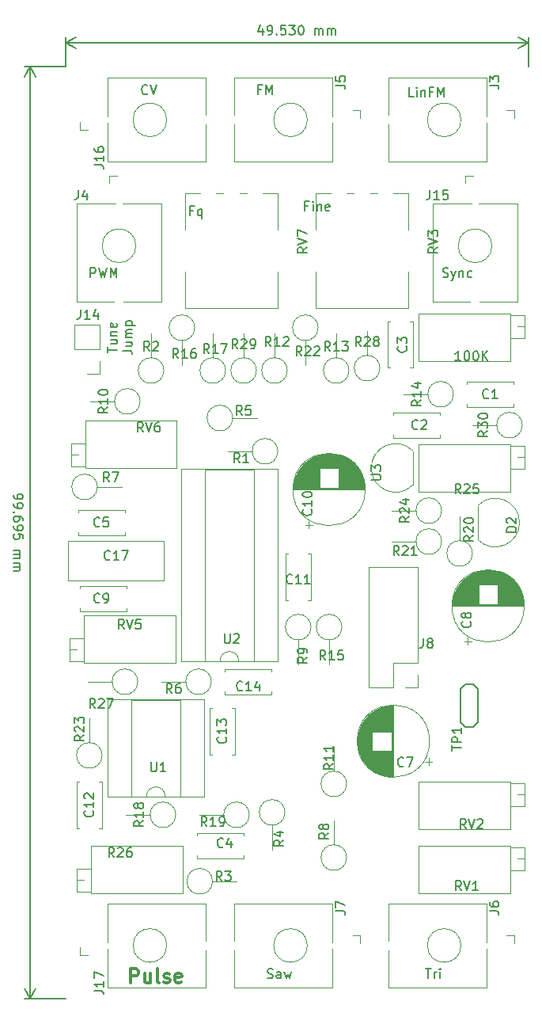
<source format=gbr>
G04 #@! TF.GenerationSoftware,KiCad,Pcbnew,(5.1.0)-1*
G04 #@! TF.CreationDate,2019-04-22T00:57:04-04:00*
G04 #@! TF.ProjectId,cem3340-module_REDDIT,63656d33-3334-4302-9d6d-6f64756c655f,rev?*
G04 #@! TF.SameCoordinates,Original*
G04 #@! TF.FileFunction,Legend,Top*
G04 #@! TF.FilePolarity,Positive*
%FSLAX46Y46*%
G04 Gerber Fmt 4.6, Leading zero omitted, Abs format (unit mm)*
G04 Created by KiCad (PCBNEW (5.1.0)-1) date 2019-04-22 00:57:04*
%MOMM*%
%LPD*%
G04 APERTURE LIST*
%ADD10C,0.150000*%
%ADD11C,0.300000*%
%ADD12C,0.120000*%
G04 APERTURE END LIST*
D10*
X194969380Y-81375047D02*
X194969380Y-80803619D01*
X195969380Y-81089333D02*
X194969380Y-81089333D01*
X195302714Y-80041714D02*
X195969380Y-80041714D01*
X195302714Y-80470285D02*
X195826523Y-80470285D01*
X195921761Y-80422666D01*
X195969380Y-80327428D01*
X195969380Y-80184571D01*
X195921761Y-80089333D01*
X195874142Y-80041714D01*
X195302714Y-79565523D02*
X195969380Y-79565523D01*
X195397952Y-79565523D02*
X195350333Y-79517904D01*
X195302714Y-79422666D01*
X195302714Y-79279809D01*
X195350333Y-79184571D01*
X195445571Y-79136952D01*
X195969380Y-79136952D01*
X195921761Y-78279809D02*
X195969380Y-78375047D01*
X195969380Y-78565523D01*
X195921761Y-78660761D01*
X195826523Y-78708380D01*
X195445571Y-78708380D01*
X195350333Y-78660761D01*
X195302714Y-78565523D01*
X195302714Y-78375047D01*
X195350333Y-78279809D01*
X195445571Y-78232190D01*
X195540809Y-78232190D01*
X195636047Y-78708380D01*
X196619380Y-81184571D02*
X197333666Y-81184571D01*
X197476523Y-81232190D01*
X197571761Y-81327428D01*
X197619380Y-81470285D01*
X197619380Y-81565523D01*
X196952714Y-80279809D02*
X197619380Y-80279809D01*
X196952714Y-80708380D02*
X197476523Y-80708380D01*
X197571761Y-80660761D01*
X197619380Y-80565523D01*
X197619380Y-80422666D01*
X197571761Y-80327428D01*
X197524142Y-80279809D01*
X197619380Y-79803619D02*
X196952714Y-79803619D01*
X197047952Y-79803619D02*
X197000333Y-79756000D01*
X196952714Y-79660761D01*
X196952714Y-79517904D01*
X197000333Y-79422666D01*
X197095571Y-79375047D01*
X197619380Y-79375047D01*
X197095571Y-79375047D02*
X197000333Y-79327428D01*
X196952714Y-79232190D01*
X196952714Y-79089333D01*
X197000333Y-78994095D01*
X197095571Y-78946476D01*
X197619380Y-78946476D01*
X196952714Y-78470285D02*
X197952714Y-78470285D01*
X197000333Y-78470285D02*
X196952714Y-78375047D01*
X196952714Y-78184571D01*
X197000333Y-78089333D01*
X197047952Y-78041714D01*
X197143190Y-77994095D01*
X197428904Y-77994095D01*
X197524142Y-78041714D01*
X197571761Y-78089333D01*
X197619380Y-78184571D01*
X197619380Y-78375047D01*
X197571761Y-78470285D01*
X216447809Y-65714571D02*
X216114476Y-65714571D01*
X216114476Y-66238380D02*
X216114476Y-65238380D01*
X216590666Y-65238380D01*
X216971619Y-66238380D02*
X216971619Y-65571714D01*
X216971619Y-65238380D02*
X216924000Y-65286000D01*
X216971619Y-65333619D01*
X217019238Y-65286000D01*
X216971619Y-65238380D01*
X216971619Y-65333619D01*
X217447809Y-65571714D02*
X217447809Y-66238380D01*
X217447809Y-65666952D02*
X217495428Y-65619333D01*
X217590666Y-65571714D01*
X217733523Y-65571714D01*
X217828761Y-65619333D01*
X217876380Y-65714571D01*
X217876380Y-66238380D01*
X218733523Y-66190761D02*
X218638285Y-66238380D01*
X218447809Y-66238380D01*
X218352571Y-66190761D01*
X218304952Y-66095523D01*
X218304952Y-65714571D01*
X218352571Y-65619333D01*
X218447809Y-65571714D01*
X218638285Y-65571714D01*
X218733523Y-65619333D01*
X218781142Y-65714571D01*
X218781142Y-65809809D01*
X218304952Y-65905047D01*
X204160476Y-66222571D02*
X203827142Y-66222571D01*
X203827142Y-66746380D02*
X203827142Y-65746380D01*
X204303333Y-65746380D01*
X205112857Y-66079714D02*
X205112857Y-67079714D01*
X205112857Y-66698761D02*
X205017619Y-66746380D01*
X204827142Y-66746380D01*
X204731904Y-66698761D01*
X204684285Y-66651142D01*
X204636666Y-66555904D01*
X204636666Y-66270190D01*
X204684285Y-66174952D01*
X204731904Y-66127333D01*
X204827142Y-66079714D01*
X205017619Y-66079714D01*
X205112857Y-66127333D01*
X193159238Y-73350380D02*
X193159238Y-72350380D01*
X193540190Y-72350380D01*
X193635428Y-72398000D01*
X193683047Y-72445619D01*
X193730666Y-72540857D01*
X193730666Y-72683714D01*
X193683047Y-72778952D01*
X193635428Y-72826571D01*
X193540190Y-72874190D01*
X193159238Y-72874190D01*
X194064000Y-72350380D02*
X194302095Y-73350380D01*
X194492571Y-72636095D01*
X194683047Y-73350380D01*
X194921142Y-72350380D01*
X195302095Y-73350380D02*
X195302095Y-72350380D01*
X195635428Y-73064666D01*
X195968761Y-72350380D01*
X195968761Y-73350380D01*
X230862380Y-73302761D02*
X231005238Y-73350380D01*
X231243333Y-73350380D01*
X231338571Y-73302761D01*
X231386190Y-73255142D01*
X231433809Y-73159904D01*
X231433809Y-73064666D01*
X231386190Y-72969428D01*
X231338571Y-72921809D01*
X231243333Y-72874190D01*
X231052857Y-72826571D01*
X230957619Y-72778952D01*
X230910000Y-72731333D01*
X230862380Y-72636095D01*
X230862380Y-72540857D01*
X230910000Y-72445619D01*
X230957619Y-72398000D01*
X231052857Y-72350380D01*
X231290952Y-72350380D01*
X231433809Y-72398000D01*
X231767142Y-72683714D02*
X232005238Y-73350380D01*
X232243333Y-72683714D02*
X232005238Y-73350380D01*
X231910000Y-73588476D01*
X231862380Y-73636095D01*
X231767142Y-73683714D01*
X232624285Y-72683714D02*
X232624285Y-73350380D01*
X232624285Y-72778952D02*
X232671904Y-72731333D01*
X232767142Y-72683714D01*
X232910000Y-72683714D01*
X233005238Y-72731333D01*
X233052857Y-72826571D01*
X233052857Y-73350380D01*
X233957619Y-73302761D02*
X233862380Y-73350380D01*
X233671904Y-73350380D01*
X233576666Y-73302761D01*
X233529047Y-73255142D01*
X233481428Y-73159904D01*
X233481428Y-72874190D01*
X233529047Y-72778952D01*
X233576666Y-72731333D01*
X233671904Y-72683714D01*
X233862380Y-72683714D01*
X233957619Y-72731333D01*
X227727047Y-54046380D02*
X227250857Y-54046380D01*
X227250857Y-53046380D01*
X228060380Y-54046380D02*
X228060380Y-53379714D01*
X228060380Y-53046380D02*
X228012761Y-53094000D01*
X228060380Y-53141619D01*
X228108000Y-53094000D01*
X228060380Y-53046380D01*
X228060380Y-53141619D01*
X228536571Y-53379714D02*
X228536571Y-54046380D01*
X228536571Y-53474952D02*
X228584190Y-53427333D01*
X228679428Y-53379714D01*
X228822285Y-53379714D01*
X228917523Y-53427333D01*
X228965142Y-53522571D01*
X228965142Y-54046380D01*
X229774666Y-53522571D02*
X229441333Y-53522571D01*
X229441333Y-54046380D02*
X229441333Y-53046380D01*
X229917523Y-53046380D01*
X230298476Y-54046380D02*
X230298476Y-53046380D01*
X230631809Y-53760666D01*
X230965142Y-53046380D01*
X230965142Y-54046380D01*
X211407428Y-53268571D02*
X211074095Y-53268571D01*
X211074095Y-53792380D02*
X211074095Y-52792380D01*
X211550285Y-52792380D01*
X211931238Y-53792380D02*
X211931238Y-52792380D01*
X212264571Y-53506666D01*
X212597904Y-52792380D01*
X212597904Y-53792380D01*
X199270952Y-53697142D02*
X199223333Y-53744761D01*
X199080476Y-53792380D01*
X198985238Y-53792380D01*
X198842380Y-53744761D01*
X198747142Y-53649523D01*
X198699523Y-53554285D01*
X198651904Y-53363809D01*
X198651904Y-53220952D01*
X198699523Y-53030476D01*
X198747142Y-52935238D01*
X198842380Y-52840000D01*
X198985238Y-52792380D01*
X199080476Y-52792380D01*
X199223333Y-52840000D01*
X199270952Y-52887619D01*
X199556666Y-52792380D02*
X199890000Y-53792380D01*
X200223333Y-52792380D01*
X229036666Y-147280380D02*
X229608095Y-147280380D01*
X229322380Y-148280380D02*
X229322380Y-147280380D01*
X229941428Y-148280380D02*
X229941428Y-147613714D01*
X229941428Y-147804190D02*
X229989047Y-147708952D01*
X230036666Y-147661333D01*
X230131904Y-147613714D01*
X230227142Y-147613714D01*
X230560476Y-148280380D02*
X230560476Y-147613714D01*
X230560476Y-147280380D02*
X230512857Y-147328000D01*
X230560476Y-147375619D01*
X230608095Y-147328000D01*
X230560476Y-147280380D01*
X230560476Y-147375619D01*
X212098095Y-148232761D02*
X212240952Y-148280380D01*
X212479047Y-148280380D01*
X212574285Y-148232761D01*
X212621904Y-148185142D01*
X212669523Y-148089904D01*
X212669523Y-147994666D01*
X212621904Y-147899428D01*
X212574285Y-147851809D01*
X212479047Y-147804190D01*
X212288571Y-147756571D01*
X212193333Y-147708952D01*
X212145714Y-147661333D01*
X212098095Y-147566095D01*
X212098095Y-147470857D01*
X212145714Y-147375619D01*
X212193333Y-147328000D01*
X212288571Y-147280380D01*
X212526666Y-147280380D01*
X212669523Y-147328000D01*
X213526666Y-148280380D02*
X213526666Y-147756571D01*
X213479047Y-147661333D01*
X213383809Y-147613714D01*
X213193333Y-147613714D01*
X213098095Y-147661333D01*
X213526666Y-148232761D02*
X213431428Y-148280380D01*
X213193333Y-148280380D01*
X213098095Y-148232761D01*
X213050476Y-148137523D01*
X213050476Y-148042285D01*
X213098095Y-147947047D01*
X213193333Y-147899428D01*
X213431428Y-147899428D01*
X213526666Y-147851809D01*
X213907619Y-147613714D02*
X214098095Y-148280380D01*
X214288571Y-147804190D01*
X214479047Y-148280380D01*
X214669523Y-147613714D01*
D11*
X197437714Y-148760571D02*
X197437714Y-147260571D01*
X198009142Y-147260571D01*
X198152000Y-147332000D01*
X198223428Y-147403428D01*
X198294857Y-147546285D01*
X198294857Y-147760571D01*
X198223428Y-147903428D01*
X198152000Y-147974857D01*
X198009142Y-148046285D01*
X197437714Y-148046285D01*
X199580571Y-147760571D02*
X199580571Y-148760571D01*
X198937714Y-147760571D02*
X198937714Y-148546285D01*
X199009142Y-148689142D01*
X199152000Y-148760571D01*
X199366285Y-148760571D01*
X199509142Y-148689142D01*
X199580571Y-148617714D01*
X200509142Y-148760571D02*
X200366285Y-148689142D01*
X200294857Y-148546285D01*
X200294857Y-147260571D01*
X201009142Y-148689142D02*
X201152000Y-148760571D01*
X201437714Y-148760571D01*
X201580571Y-148689142D01*
X201652000Y-148546285D01*
X201652000Y-148474857D01*
X201580571Y-148332000D01*
X201437714Y-148260571D01*
X201223428Y-148260571D01*
X201080571Y-148189142D01*
X201009142Y-148046285D01*
X201009142Y-147974857D01*
X201080571Y-147832000D01*
X201223428Y-147760571D01*
X201437714Y-147760571D01*
X201580571Y-147832000D01*
X202866285Y-148689142D02*
X202723428Y-148760571D01*
X202437714Y-148760571D01*
X202294857Y-148689142D01*
X202223428Y-148546285D01*
X202223428Y-147974857D01*
X202294857Y-147832000D01*
X202437714Y-147760571D01*
X202723428Y-147760571D01*
X202866285Y-147832000D01*
X202937714Y-147974857D01*
X202937714Y-148117714D01*
X202223428Y-148260571D01*
D10*
X184937619Y-96599880D02*
X184937619Y-96790357D01*
X184985238Y-96885595D01*
X185032857Y-96933214D01*
X185175714Y-97028452D01*
X185366190Y-97076071D01*
X185747142Y-97076071D01*
X185842380Y-97028452D01*
X185890000Y-96980833D01*
X185937619Y-96885595D01*
X185937619Y-96695119D01*
X185890000Y-96599880D01*
X185842380Y-96552261D01*
X185747142Y-96504642D01*
X185509047Y-96504642D01*
X185413809Y-96552261D01*
X185366190Y-96599880D01*
X185318571Y-96695119D01*
X185318571Y-96885595D01*
X185366190Y-96980833D01*
X185413809Y-97028452D01*
X185509047Y-97076071D01*
X184937619Y-97552261D02*
X184937619Y-97742738D01*
X184985238Y-97837976D01*
X185032857Y-97885595D01*
X185175714Y-97980833D01*
X185366190Y-98028452D01*
X185747142Y-98028452D01*
X185842380Y-97980833D01*
X185890000Y-97933214D01*
X185937619Y-97837976D01*
X185937619Y-97647500D01*
X185890000Y-97552261D01*
X185842380Y-97504642D01*
X185747142Y-97457023D01*
X185509047Y-97457023D01*
X185413809Y-97504642D01*
X185366190Y-97552261D01*
X185318571Y-97647500D01*
X185318571Y-97837976D01*
X185366190Y-97933214D01*
X185413809Y-97980833D01*
X185509047Y-98028452D01*
X185032857Y-98457023D02*
X184985238Y-98504642D01*
X184937619Y-98457023D01*
X184985238Y-98409404D01*
X185032857Y-98457023D01*
X184937619Y-98457023D01*
X185937619Y-99361785D02*
X185937619Y-99171309D01*
X185890000Y-99076071D01*
X185842380Y-99028452D01*
X185699523Y-98933214D01*
X185509047Y-98885595D01*
X185128095Y-98885595D01*
X185032857Y-98933214D01*
X184985238Y-98980833D01*
X184937619Y-99076071D01*
X184937619Y-99266547D01*
X184985238Y-99361785D01*
X185032857Y-99409404D01*
X185128095Y-99457023D01*
X185366190Y-99457023D01*
X185461428Y-99409404D01*
X185509047Y-99361785D01*
X185556666Y-99266547D01*
X185556666Y-99076071D01*
X185509047Y-98980833D01*
X185461428Y-98933214D01*
X185366190Y-98885595D01*
X184937619Y-99933214D02*
X184937619Y-100123690D01*
X184985238Y-100218928D01*
X185032857Y-100266547D01*
X185175714Y-100361785D01*
X185366190Y-100409404D01*
X185747142Y-100409404D01*
X185842380Y-100361785D01*
X185890000Y-100314166D01*
X185937619Y-100218928D01*
X185937619Y-100028452D01*
X185890000Y-99933214D01*
X185842380Y-99885595D01*
X185747142Y-99837976D01*
X185509047Y-99837976D01*
X185413809Y-99885595D01*
X185366190Y-99933214D01*
X185318571Y-100028452D01*
X185318571Y-100218928D01*
X185366190Y-100314166D01*
X185413809Y-100361785D01*
X185509047Y-100409404D01*
X185937619Y-101314166D02*
X185937619Y-100837976D01*
X185461428Y-100790357D01*
X185509047Y-100837976D01*
X185556666Y-100933214D01*
X185556666Y-101171309D01*
X185509047Y-101266547D01*
X185461428Y-101314166D01*
X185366190Y-101361785D01*
X185128095Y-101361785D01*
X185032857Y-101314166D01*
X184985238Y-101266547D01*
X184937619Y-101171309D01*
X184937619Y-100933214D01*
X184985238Y-100837976D01*
X185032857Y-100790357D01*
X184937619Y-102552261D02*
X185604285Y-102552261D01*
X185509047Y-102552261D02*
X185556666Y-102599880D01*
X185604285Y-102695119D01*
X185604285Y-102837976D01*
X185556666Y-102933214D01*
X185461428Y-102980833D01*
X184937619Y-102980833D01*
X185461428Y-102980833D02*
X185556666Y-103028452D01*
X185604285Y-103123690D01*
X185604285Y-103266547D01*
X185556666Y-103361785D01*
X185461428Y-103409404D01*
X184937619Y-103409404D01*
X184937619Y-103885595D02*
X185604285Y-103885595D01*
X185509047Y-103885595D02*
X185556666Y-103933214D01*
X185604285Y-104028452D01*
X185604285Y-104171309D01*
X185556666Y-104266547D01*
X185461428Y-104314166D01*
X184937619Y-104314166D01*
X185461428Y-104314166D02*
X185556666Y-104361785D01*
X185604285Y-104457023D01*
X185604285Y-104599880D01*
X185556666Y-104695119D01*
X185461428Y-104742738D01*
X184937619Y-104742738D01*
X186690000Y-50800000D02*
X186690000Y-150495000D01*
X190500000Y-50800000D02*
X186103579Y-50800000D01*
X190500000Y-150495000D02*
X186103579Y-150495000D01*
X186690000Y-150495000D02*
X186103579Y-149368496D01*
X186690000Y-150495000D02*
X187276421Y-149368496D01*
X186690000Y-50800000D02*
X186103579Y-51926504D01*
X186690000Y-50800000D02*
X187276421Y-51926504D01*
X211598333Y-46745714D02*
X211598333Y-47412380D01*
X211360238Y-46364761D02*
X211122142Y-47079047D01*
X211741190Y-47079047D01*
X212169761Y-47412380D02*
X212360238Y-47412380D01*
X212455476Y-47364761D01*
X212503095Y-47317142D01*
X212598333Y-47174285D01*
X212645952Y-46983809D01*
X212645952Y-46602857D01*
X212598333Y-46507619D01*
X212550714Y-46460000D01*
X212455476Y-46412380D01*
X212265000Y-46412380D01*
X212169761Y-46460000D01*
X212122142Y-46507619D01*
X212074523Y-46602857D01*
X212074523Y-46840952D01*
X212122142Y-46936190D01*
X212169761Y-46983809D01*
X212265000Y-47031428D01*
X212455476Y-47031428D01*
X212550714Y-46983809D01*
X212598333Y-46936190D01*
X212645952Y-46840952D01*
X213074523Y-47317142D02*
X213122142Y-47364761D01*
X213074523Y-47412380D01*
X213026904Y-47364761D01*
X213074523Y-47317142D01*
X213074523Y-47412380D01*
X214026904Y-46412380D02*
X213550714Y-46412380D01*
X213503095Y-46888571D01*
X213550714Y-46840952D01*
X213645952Y-46793333D01*
X213884047Y-46793333D01*
X213979285Y-46840952D01*
X214026904Y-46888571D01*
X214074523Y-46983809D01*
X214074523Y-47221904D01*
X214026904Y-47317142D01*
X213979285Y-47364761D01*
X213884047Y-47412380D01*
X213645952Y-47412380D01*
X213550714Y-47364761D01*
X213503095Y-47317142D01*
X214407857Y-46412380D02*
X215026904Y-46412380D01*
X214693571Y-46793333D01*
X214836428Y-46793333D01*
X214931666Y-46840952D01*
X214979285Y-46888571D01*
X215026904Y-46983809D01*
X215026904Y-47221904D01*
X214979285Y-47317142D01*
X214931666Y-47364761D01*
X214836428Y-47412380D01*
X214550714Y-47412380D01*
X214455476Y-47364761D01*
X214407857Y-47317142D01*
X215645952Y-46412380D02*
X215741190Y-46412380D01*
X215836428Y-46460000D01*
X215884047Y-46507619D01*
X215931666Y-46602857D01*
X215979285Y-46793333D01*
X215979285Y-47031428D01*
X215931666Y-47221904D01*
X215884047Y-47317142D01*
X215836428Y-47364761D01*
X215741190Y-47412380D01*
X215645952Y-47412380D01*
X215550714Y-47364761D01*
X215503095Y-47317142D01*
X215455476Y-47221904D01*
X215407857Y-47031428D01*
X215407857Y-46793333D01*
X215455476Y-46602857D01*
X215503095Y-46507619D01*
X215550714Y-46460000D01*
X215645952Y-46412380D01*
X217169761Y-47412380D02*
X217169761Y-46745714D01*
X217169761Y-46840952D02*
X217217380Y-46793333D01*
X217312619Y-46745714D01*
X217455476Y-46745714D01*
X217550714Y-46793333D01*
X217598333Y-46888571D01*
X217598333Y-47412380D01*
X217598333Y-46888571D02*
X217645952Y-46793333D01*
X217741190Y-46745714D01*
X217884047Y-46745714D01*
X217979285Y-46793333D01*
X218026904Y-46888571D01*
X218026904Y-47412380D01*
X218503095Y-47412380D02*
X218503095Y-46745714D01*
X218503095Y-46840952D02*
X218550714Y-46793333D01*
X218645952Y-46745714D01*
X218788809Y-46745714D01*
X218884047Y-46793333D01*
X218931666Y-46888571D01*
X218931666Y-47412380D01*
X218931666Y-46888571D02*
X218979285Y-46793333D01*
X219074523Y-46745714D01*
X219217380Y-46745714D01*
X219312619Y-46793333D01*
X219360238Y-46888571D01*
X219360238Y-47412380D01*
X190500000Y-48260000D02*
X240030000Y-48260000D01*
X190500000Y-50800000D02*
X190500000Y-47673579D01*
X240030000Y-50800000D02*
X240030000Y-47673579D01*
X240030000Y-48260000D02*
X238903496Y-48846421D01*
X240030000Y-48260000D02*
X238903496Y-47673579D01*
X190500000Y-48260000D02*
X191626504Y-48846421D01*
X190500000Y-48260000D02*
X191626504Y-47673579D01*
D12*
X191715000Y-137802000D02*
X192474000Y-137802000D01*
X193234000Y-136587000D02*
X193234000Y-139017000D01*
X191715000Y-136587000D02*
X191715000Y-139017000D01*
X191715000Y-139017000D02*
X193234000Y-139017000D01*
X191715000Y-136587000D02*
X193234000Y-136587000D01*
X203005000Y-134122000D02*
X203005000Y-139192000D01*
X193235000Y-134122000D02*
X193235000Y-139192000D01*
X193235000Y-139192000D02*
X203005000Y-139192000D01*
X193235000Y-134122000D02*
X203005000Y-134122000D01*
X239577000Y-92576000D02*
X238818000Y-92576000D01*
X238058000Y-93791000D02*
X238058000Y-91361000D01*
X239577000Y-93791000D02*
X239577000Y-91361000D01*
X239577000Y-91361000D02*
X238058000Y-91361000D01*
X239577000Y-93791000D02*
X238058000Y-93791000D01*
X228287000Y-96256000D02*
X228287000Y-91186000D01*
X238057000Y-96256000D02*
X238057000Y-91186000D01*
X238057000Y-91186000D02*
X228287000Y-91186000D01*
X238057000Y-96256000D02*
X228287000Y-96256000D01*
X191080000Y-92336000D02*
X191839000Y-92336000D01*
X192599000Y-91121000D02*
X192599000Y-93551000D01*
X191080000Y-91121000D02*
X191080000Y-93551000D01*
X191080000Y-93551000D02*
X192599000Y-93551000D01*
X191080000Y-91121000D02*
X192599000Y-91121000D01*
X202370000Y-88656000D02*
X202370000Y-93726000D01*
X192600000Y-88656000D02*
X192600000Y-93726000D01*
X192600000Y-93726000D02*
X202370000Y-93726000D01*
X192600000Y-88656000D02*
X202370000Y-88656000D01*
X190953000Y-113164000D02*
X191712000Y-113164000D01*
X192472000Y-111949000D02*
X192472000Y-114379000D01*
X190953000Y-111949000D02*
X190953000Y-114379000D01*
X190953000Y-114379000D02*
X192472000Y-114379000D01*
X190953000Y-111949000D02*
X192472000Y-111949000D01*
X202243000Y-109484000D02*
X202243000Y-114554000D01*
X192473000Y-109484000D02*
X192473000Y-114554000D01*
X192473000Y-114554000D02*
X202243000Y-114554000D01*
X192473000Y-109484000D02*
X202243000Y-109484000D01*
X239577000Y-78606000D02*
X238818000Y-78606000D01*
X238058000Y-79821000D02*
X238058000Y-77391000D01*
X239577000Y-79821000D02*
X239577000Y-77391000D01*
X239577000Y-77391000D02*
X238058000Y-77391000D01*
X239577000Y-79821000D02*
X238058000Y-79821000D01*
X228287000Y-82286000D02*
X228287000Y-77216000D01*
X238057000Y-82286000D02*
X238057000Y-77216000D01*
X238057000Y-77216000D02*
X228287000Y-77216000D01*
X238057000Y-82286000D02*
X228287000Y-82286000D01*
X239577000Y-128644000D02*
X238818000Y-128644000D01*
X238058000Y-129859000D02*
X238058000Y-127429000D01*
X239577000Y-129859000D02*
X239577000Y-127429000D01*
X239577000Y-127429000D02*
X238058000Y-127429000D01*
X239577000Y-129859000D02*
X238058000Y-129859000D01*
X228287000Y-132324000D02*
X228287000Y-127254000D01*
X238057000Y-132324000D02*
X238057000Y-127254000D01*
X238057000Y-127254000D02*
X228287000Y-127254000D01*
X238057000Y-132324000D02*
X228287000Y-132324000D01*
X239577000Y-135502000D02*
X238818000Y-135502000D01*
X238058000Y-136717000D02*
X238058000Y-134287000D01*
X239577000Y-136717000D02*
X239577000Y-134287000D01*
X239577000Y-134287000D02*
X238058000Y-134287000D01*
X239577000Y-136717000D02*
X238058000Y-136717000D01*
X228287000Y-139182000D02*
X228287000Y-134112000D01*
X238057000Y-139182000D02*
X238057000Y-134112000D01*
X238057000Y-134112000D02*
X228287000Y-134112000D01*
X238057000Y-139182000D02*
X228287000Y-139182000D01*
X238396000Y-86907000D02*
X238396000Y-87222000D01*
X238396000Y-84482000D02*
X238396000Y-84797000D01*
X233456000Y-86907000D02*
X233456000Y-87222000D01*
X233456000Y-84482000D02*
X233456000Y-84797000D01*
X233456000Y-87222000D02*
X238396000Y-87222000D01*
X233456000Y-84482000D02*
X238396000Y-84482000D01*
X225582000Y-87784000D02*
X230522000Y-87784000D01*
X225582000Y-90524000D02*
X230522000Y-90524000D01*
X225582000Y-87784000D02*
X225582000Y-88099000D01*
X225582000Y-90209000D02*
X225582000Y-90524000D01*
X230522000Y-87784000D02*
X230522000Y-88099000D01*
X230522000Y-90209000D02*
X230522000Y-90524000D01*
X227369000Y-78088000D02*
X227684000Y-78088000D01*
X224944000Y-78088000D02*
X225259000Y-78088000D01*
X227369000Y-83028000D02*
X227684000Y-83028000D01*
X224944000Y-83028000D02*
X225259000Y-83028000D01*
X227684000Y-83028000D02*
X227684000Y-78088000D01*
X224944000Y-83028000D02*
X224944000Y-78088000D01*
X209520000Y-135482000D02*
X204580000Y-135482000D01*
X209520000Y-132742000D02*
X204580000Y-132742000D01*
X209520000Y-135482000D02*
X209520000Y-135167000D01*
X209520000Y-133057000D02*
X209520000Y-132742000D01*
X204580000Y-135482000D02*
X204580000Y-135167000D01*
X204580000Y-133057000D02*
X204580000Y-132742000D01*
X196820000Y-100938000D02*
X191880000Y-100938000D01*
X196820000Y-98198000D02*
X191880000Y-98198000D01*
X196820000Y-100938000D02*
X196820000Y-100623000D01*
X196820000Y-98513000D02*
X196820000Y-98198000D01*
X191880000Y-100938000D02*
X191880000Y-100623000D01*
X191880000Y-98513000D02*
X191880000Y-98198000D01*
X229339211Y-125486000D02*
X229339211Y-124736000D01*
X229714211Y-125111000D02*
X228964211Y-125111000D01*
X221731000Y-123377000D02*
X221731000Y-122495000D01*
X221771000Y-123629000D02*
X221771000Y-122243000D01*
X221811000Y-123813000D02*
X221811000Y-122059000D01*
X221851000Y-123964000D02*
X221851000Y-121908000D01*
X221891000Y-124094000D02*
X221891000Y-121778000D01*
X221931000Y-124211000D02*
X221931000Y-121661000D01*
X221971000Y-124317000D02*
X221971000Y-121555000D01*
X222011000Y-124414000D02*
X222011000Y-121458000D01*
X222051000Y-124505000D02*
X222051000Y-121367000D01*
X222091000Y-124590000D02*
X222091000Y-121282000D01*
X222131000Y-124669000D02*
X222131000Y-121203000D01*
X222171000Y-124745000D02*
X222171000Y-121127000D01*
X222211000Y-124817000D02*
X222211000Y-121055000D01*
X222251000Y-124885000D02*
X222251000Y-120987000D01*
X222291000Y-124950000D02*
X222291000Y-120922000D01*
X222331000Y-125013000D02*
X222331000Y-120859000D01*
X222371000Y-125073000D02*
X222371000Y-120799000D01*
X222411000Y-125131000D02*
X222411000Y-120741000D01*
X222451000Y-125186000D02*
X222451000Y-120686000D01*
X222491000Y-125240000D02*
X222491000Y-120632000D01*
X222531000Y-125291000D02*
X222531000Y-120581000D01*
X222571000Y-125341000D02*
X222571000Y-120531000D01*
X222611000Y-125390000D02*
X222611000Y-120482000D01*
X222651000Y-125436000D02*
X222651000Y-120436000D01*
X222691000Y-125482000D02*
X222691000Y-120390000D01*
X222731000Y-125525000D02*
X222731000Y-120347000D01*
X222771000Y-125568000D02*
X222771000Y-120304000D01*
X222811000Y-125609000D02*
X222811000Y-120263000D01*
X222851000Y-125649000D02*
X222851000Y-120223000D01*
X222891000Y-125688000D02*
X222891000Y-120184000D01*
X222931000Y-125726000D02*
X222931000Y-120146000D01*
X222971000Y-125763000D02*
X222971000Y-120109000D01*
X223011000Y-125799000D02*
X223011000Y-120073000D01*
X223051000Y-125834000D02*
X223051000Y-120038000D01*
X223091000Y-125867000D02*
X223091000Y-120005000D01*
X223131000Y-125900000D02*
X223131000Y-119972000D01*
X223171000Y-125932000D02*
X223171000Y-119940000D01*
X223211000Y-125964000D02*
X223211000Y-119908000D01*
X223251000Y-125994000D02*
X223251000Y-119878000D01*
X223291000Y-121896000D02*
X223291000Y-119848000D01*
X223291000Y-126024000D02*
X223291000Y-123976000D01*
X223331000Y-121896000D02*
X223331000Y-119820000D01*
X223331000Y-126052000D02*
X223331000Y-123976000D01*
X223371000Y-121896000D02*
X223371000Y-119792000D01*
X223371000Y-126080000D02*
X223371000Y-123976000D01*
X223411000Y-121896000D02*
X223411000Y-119764000D01*
X223411000Y-126108000D02*
X223411000Y-123976000D01*
X223451000Y-121896000D02*
X223451000Y-119738000D01*
X223451000Y-126134000D02*
X223451000Y-123976000D01*
X223491000Y-121896000D02*
X223491000Y-119712000D01*
X223491000Y-126160000D02*
X223491000Y-123976000D01*
X223531000Y-121896000D02*
X223531000Y-119687000D01*
X223531000Y-126185000D02*
X223531000Y-123976000D01*
X223571000Y-121896000D02*
X223571000Y-119662000D01*
X223571000Y-126210000D02*
X223571000Y-123976000D01*
X223611000Y-121896000D02*
X223611000Y-119639000D01*
X223611000Y-126233000D02*
X223611000Y-123976000D01*
X223651000Y-121896000D02*
X223651000Y-119615000D01*
X223651000Y-126257000D02*
X223651000Y-123976000D01*
X223691000Y-121896000D02*
X223691000Y-119593000D01*
X223691000Y-126279000D02*
X223691000Y-123976000D01*
X223731000Y-121896000D02*
X223731000Y-119571000D01*
X223731000Y-126301000D02*
X223731000Y-123976000D01*
X223771000Y-121896000D02*
X223771000Y-119550000D01*
X223771000Y-126322000D02*
X223771000Y-123976000D01*
X223811000Y-121896000D02*
X223811000Y-119529000D01*
X223811000Y-126343000D02*
X223811000Y-123976000D01*
X223851000Y-121896000D02*
X223851000Y-119509000D01*
X223851000Y-126363000D02*
X223851000Y-123976000D01*
X223891000Y-121896000D02*
X223891000Y-119489000D01*
X223891000Y-126383000D02*
X223891000Y-123976000D01*
X223931000Y-121896000D02*
X223931000Y-119470000D01*
X223931000Y-126402000D02*
X223931000Y-123976000D01*
X223971000Y-121896000D02*
X223971000Y-119452000D01*
X223971000Y-126420000D02*
X223971000Y-123976000D01*
X224011000Y-121896000D02*
X224011000Y-119434000D01*
X224011000Y-126438000D02*
X224011000Y-123976000D01*
X224051000Y-121896000D02*
X224051000Y-119416000D01*
X224051000Y-126456000D02*
X224051000Y-123976000D01*
X224091000Y-121896000D02*
X224091000Y-119400000D01*
X224091000Y-126472000D02*
X224091000Y-123976000D01*
X224131000Y-121896000D02*
X224131000Y-119383000D01*
X224131000Y-126489000D02*
X224131000Y-123976000D01*
X224171000Y-121896000D02*
X224171000Y-119368000D01*
X224171000Y-126504000D02*
X224171000Y-123976000D01*
X224211000Y-121896000D02*
X224211000Y-119352000D01*
X224211000Y-126520000D02*
X224211000Y-123976000D01*
X224251000Y-121896000D02*
X224251000Y-119338000D01*
X224251000Y-126534000D02*
X224251000Y-123976000D01*
X224291000Y-121896000D02*
X224291000Y-119323000D01*
X224291000Y-126549000D02*
X224291000Y-123976000D01*
X224331000Y-121896000D02*
X224331000Y-119310000D01*
X224331000Y-126562000D02*
X224331000Y-123976000D01*
X224371000Y-121896000D02*
X224371000Y-119296000D01*
X224371000Y-126576000D02*
X224371000Y-123976000D01*
X224411000Y-121896000D02*
X224411000Y-119283000D01*
X224411000Y-126589000D02*
X224411000Y-123976000D01*
X224451000Y-121896000D02*
X224451000Y-119271000D01*
X224451000Y-126601000D02*
X224451000Y-123976000D01*
X224491000Y-121896000D02*
X224491000Y-119259000D01*
X224491000Y-126613000D02*
X224491000Y-123976000D01*
X224531000Y-121896000D02*
X224531000Y-119248000D01*
X224531000Y-126624000D02*
X224531000Y-123976000D01*
X224571000Y-121896000D02*
X224571000Y-119237000D01*
X224571000Y-126635000D02*
X224571000Y-123976000D01*
X224611000Y-121896000D02*
X224611000Y-119226000D01*
X224611000Y-126646000D02*
X224611000Y-123976000D01*
X224651000Y-121896000D02*
X224651000Y-119216000D01*
X224651000Y-126656000D02*
X224651000Y-123976000D01*
X224691000Y-121896000D02*
X224691000Y-119207000D01*
X224691000Y-126665000D02*
X224691000Y-123976000D01*
X224731000Y-121896000D02*
X224731000Y-119198000D01*
X224731000Y-126674000D02*
X224731000Y-123976000D01*
X224771000Y-121896000D02*
X224771000Y-119189000D01*
X224771000Y-126683000D02*
X224771000Y-123976000D01*
X224811000Y-121896000D02*
X224811000Y-119181000D01*
X224811000Y-126691000D02*
X224811000Y-123976000D01*
X224851000Y-121896000D02*
X224851000Y-119173000D01*
X224851000Y-126699000D02*
X224851000Y-123976000D01*
X224892000Y-121896000D02*
X224892000Y-119166000D01*
X224892000Y-126706000D02*
X224892000Y-123976000D01*
X224932000Y-121896000D02*
X224932000Y-119159000D01*
X224932000Y-126713000D02*
X224932000Y-123976000D01*
X224972000Y-121896000D02*
X224972000Y-119152000D01*
X224972000Y-126720000D02*
X224972000Y-123976000D01*
X225012000Y-121896000D02*
X225012000Y-119146000D01*
X225012000Y-126726000D02*
X225012000Y-123976000D01*
X225052000Y-121896000D02*
X225052000Y-119141000D01*
X225052000Y-126731000D02*
X225052000Y-123976000D01*
X225092000Y-121896000D02*
X225092000Y-119135000D01*
X225092000Y-126737000D02*
X225092000Y-123976000D01*
X225132000Y-121896000D02*
X225132000Y-119131000D01*
X225132000Y-126741000D02*
X225132000Y-123976000D01*
X225172000Y-121896000D02*
X225172000Y-119126000D01*
X225172000Y-126746000D02*
X225172000Y-123976000D01*
X225212000Y-121896000D02*
X225212000Y-119122000D01*
X225212000Y-126750000D02*
X225212000Y-123976000D01*
X225252000Y-121896000D02*
X225252000Y-119119000D01*
X225252000Y-126753000D02*
X225252000Y-123976000D01*
X225292000Y-121896000D02*
X225292000Y-119116000D01*
X225292000Y-126756000D02*
X225292000Y-123976000D01*
X225332000Y-121896000D02*
X225332000Y-119113000D01*
X225332000Y-126759000D02*
X225332000Y-123976000D01*
X225372000Y-126761000D02*
X225372000Y-119111000D01*
X225412000Y-126763000D02*
X225412000Y-119109000D01*
X225452000Y-126765000D02*
X225452000Y-119107000D01*
X225492000Y-126766000D02*
X225492000Y-119106000D01*
X225532000Y-126766000D02*
X225532000Y-119106000D01*
X225572000Y-126766000D02*
X225572000Y-119106000D01*
X229442000Y-122936000D02*
G75*
G03X229442000Y-122936000I-3870000J0D01*
G01*
X239582000Y-108478000D02*
G75*
G03X239582000Y-108478000I-3870000J0D01*
G01*
X231882000Y-108478000D02*
X239542000Y-108478000D01*
X231882000Y-108438000D02*
X239542000Y-108438000D01*
X231882000Y-108398000D02*
X239542000Y-108398000D01*
X231883000Y-108358000D02*
X239541000Y-108358000D01*
X231885000Y-108318000D02*
X239539000Y-108318000D01*
X231887000Y-108278000D02*
X239537000Y-108278000D01*
X231889000Y-108238000D02*
X234672000Y-108238000D01*
X236752000Y-108238000D02*
X239535000Y-108238000D01*
X231892000Y-108198000D02*
X234672000Y-108198000D01*
X236752000Y-108198000D02*
X239532000Y-108198000D01*
X231895000Y-108158000D02*
X234672000Y-108158000D01*
X236752000Y-108158000D02*
X239529000Y-108158000D01*
X231898000Y-108118000D02*
X234672000Y-108118000D01*
X236752000Y-108118000D02*
X239526000Y-108118000D01*
X231902000Y-108078000D02*
X234672000Y-108078000D01*
X236752000Y-108078000D02*
X239522000Y-108078000D01*
X231907000Y-108038000D02*
X234672000Y-108038000D01*
X236752000Y-108038000D02*
X239517000Y-108038000D01*
X231911000Y-107998000D02*
X234672000Y-107998000D01*
X236752000Y-107998000D02*
X239513000Y-107998000D01*
X231917000Y-107958000D02*
X234672000Y-107958000D01*
X236752000Y-107958000D02*
X239507000Y-107958000D01*
X231922000Y-107918000D02*
X234672000Y-107918000D01*
X236752000Y-107918000D02*
X239502000Y-107918000D01*
X231928000Y-107878000D02*
X234672000Y-107878000D01*
X236752000Y-107878000D02*
X239496000Y-107878000D01*
X231935000Y-107838000D02*
X234672000Y-107838000D01*
X236752000Y-107838000D02*
X239489000Y-107838000D01*
X231942000Y-107798000D02*
X234672000Y-107798000D01*
X236752000Y-107798000D02*
X239482000Y-107798000D01*
X231949000Y-107757000D02*
X234672000Y-107757000D01*
X236752000Y-107757000D02*
X239475000Y-107757000D01*
X231957000Y-107717000D02*
X234672000Y-107717000D01*
X236752000Y-107717000D02*
X239467000Y-107717000D01*
X231965000Y-107677000D02*
X234672000Y-107677000D01*
X236752000Y-107677000D02*
X239459000Y-107677000D01*
X231974000Y-107637000D02*
X234672000Y-107637000D01*
X236752000Y-107637000D02*
X239450000Y-107637000D01*
X231983000Y-107597000D02*
X234672000Y-107597000D01*
X236752000Y-107597000D02*
X239441000Y-107597000D01*
X231992000Y-107557000D02*
X234672000Y-107557000D01*
X236752000Y-107557000D02*
X239432000Y-107557000D01*
X232002000Y-107517000D02*
X234672000Y-107517000D01*
X236752000Y-107517000D02*
X239422000Y-107517000D01*
X232013000Y-107477000D02*
X234672000Y-107477000D01*
X236752000Y-107477000D02*
X239411000Y-107477000D01*
X232024000Y-107437000D02*
X234672000Y-107437000D01*
X236752000Y-107437000D02*
X239400000Y-107437000D01*
X232035000Y-107397000D02*
X234672000Y-107397000D01*
X236752000Y-107397000D02*
X239389000Y-107397000D01*
X232047000Y-107357000D02*
X234672000Y-107357000D01*
X236752000Y-107357000D02*
X239377000Y-107357000D01*
X232059000Y-107317000D02*
X234672000Y-107317000D01*
X236752000Y-107317000D02*
X239365000Y-107317000D01*
X232072000Y-107277000D02*
X234672000Y-107277000D01*
X236752000Y-107277000D02*
X239352000Y-107277000D01*
X232086000Y-107237000D02*
X234672000Y-107237000D01*
X236752000Y-107237000D02*
X239338000Y-107237000D01*
X232099000Y-107197000D02*
X234672000Y-107197000D01*
X236752000Y-107197000D02*
X239325000Y-107197000D01*
X232114000Y-107157000D02*
X234672000Y-107157000D01*
X236752000Y-107157000D02*
X239310000Y-107157000D01*
X232128000Y-107117000D02*
X234672000Y-107117000D01*
X236752000Y-107117000D02*
X239296000Y-107117000D01*
X232144000Y-107077000D02*
X234672000Y-107077000D01*
X236752000Y-107077000D02*
X239280000Y-107077000D01*
X232159000Y-107037000D02*
X234672000Y-107037000D01*
X236752000Y-107037000D02*
X239265000Y-107037000D01*
X232176000Y-106997000D02*
X234672000Y-106997000D01*
X236752000Y-106997000D02*
X239248000Y-106997000D01*
X232192000Y-106957000D02*
X234672000Y-106957000D01*
X236752000Y-106957000D02*
X239232000Y-106957000D01*
X232210000Y-106917000D02*
X234672000Y-106917000D01*
X236752000Y-106917000D02*
X239214000Y-106917000D01*
X232228000Y-106877000D02*
X234672000Y-106877000D01*
X236752000Y-106877000D02*
X239196000Y-106877000D01*
X232246000Y-106837000D02*
X234672000Y-106837000D01*
X236752000Y-106837000D02*
X239178000Y-106837000D01*
X232265000Y-106797000D02*
X234672000Y-106797000D01*
X236752000Y-106797000D02*
X239159000Y-106797000D01*
X232285000Y-106757000D02*
X234672000Y-106757000D01*
X236752000Y-106757000D02*
X239139000Y-106757000D01*
X232305000Y-106717000D02*
X234672000Y-106717000D01*
X236752000Y-106717000D02*
X239119000Y-106717000D01*
X232326000Y-106677000D02*
X234672000Y-106677000D01*
X236752000Y-106677000D02*
X239098000Y-106677000D01*
X232347000Y-106637000D02*
X234672000Y-106637000D01*
X236752000Y-106637000D02*
X239077000Y-106637000D01*
X232369000Y-106597000D02*
X234672000Y-106597000D01*
X236752000Y-106597000D02*
X239055000Y-106597000D01*
X232391000Y-106557000D02*
X234672000Y-106557000D01*
X236752000Y-106557000D02*
X239033000Y-106557000D01*
X232415000Y-106517000D02*
X234672000Y-106517000D01*
X236752000Y-106517000D02*
X239009000Y-106517000D01*
X232438000Y-106477000D02*
X234672000Y-106477000D01*
X236752000Y-106477000D02*
X238986000Y-106477000D01*
X232463000Y-106437000D02*
X234672000Y-106437000D01*
X236752000Y-106437000D02*
X238961000Y-106437000D01*
X232488000Y-106397000D02*
X234672000Y-106397000D01*
X236752000Y-106397000D02*
X238936000Y-106397000D01*
X232514000Y-106357000D02*
X234672000Y-106357000D01*
X236752000Y-106357000D02*
X238910000Y-106357000D01*
X232540000Y-106317000D02*
X234672000Y-106317000D01*
X236752000Y-106317000D02*
X238884000Y-106317000D01*
X232568000Y-106277000D02*
X234672000Y-106277000D01*
X236752000Y-106277000D02*
X238856000Y-106277000D01*
X232596000Y-106237000D02*
X234672000Y-106237000D01*
X236752000Y-106237000D02*
X238828000Y-106237000D01*
X232624000Y-106197000D02*
X234672000Y-106197000D01*
X236752000Y-106197000D02*
X238800000Y-106197000D01*
X232654000Y-106157000D02*
X238770000Y-106157000D01*
X232684000Y-106117000D02*
X238740000Y-106117000D01*
X232716000Y-106077000D02*
X238708000Y-106077000D01*
X232748000Y-106037000D02*
X238676000Y-106037000D01*
X232781000Y-105997000D02*
X238643000Y-105997000D01*
X232814000Y-105957000D02*
X238610000Y-105957000D01*
X232849000Y-105917000D02*
X238575000Y-105917000D01*
X232885000Y-105877000D02*
X238539000Y-105877000D01*
X232922000Y-105837000D02*
X238502000Y-105837000D01*
X232960000Y-105797000D02*
X238464000Y-105797000D01*
X232999000Y-105757000D02*
X238425000Y-105757000D01*
X233039000Y-105717000D02*
X238385000Y-105717000D01*
X233080000Y-105677000D02*
X238344000Y-105677000D01*
X233123000Y-105637000D02*
X238301000Y-105637000D01*
X233166000Y-105597000D02*
X238258000Y-105597000D01*
X233212000Y-105557000D02*
X238212000Y-105557000D01*
X233258000Y-105517000D02*
X238166000Y-105517000D01*
X233307000Y-105477000D02*
X238117000Y-105477000D01*
X233357000Y-105437000D02*
X238067000Y-105437000D01*
X233408000Y-105397000D02*
X238016000Y-105397000D01*
X233462000Y-105357000D02*
X237962000Y-105357000D01*
X233517000Y-105317000D02*
X237907000Y-105317000D01*
X233575000Y-105277000D02*
X237849000Y-105277000D01*
X233635000Y-105237000D02*
X237789000Y-105237000D01*
X233698000Y-105197000D02*
X237726000Y-105197000D01*
X233763000Y-105157000D02*
X237661000Y-105157000D01*
X233831000Y-105117000D02*
X237593000Y-105117000D01*
X233903000Y-105077000D02*
X237521000Y-105077000D01*
X233979000Y-105037000D02*
X237445000Y-105037000D01*
X234058000Y-104997000D02*
X237366000Y-104997000D01*
X234143000Y-104957000D02*
X237281000Y-104957000D01*
X234234000Y-104917000D02*
X237190000Y-104917000D01*
X234331000Y-104877000D02*
X237093000Y-104877000D01*
X234437000Y-104837000D02*
X236987000Y-104837000D01*
X234554000Y-104797000D02*
X236870000Y-104797000D01*
X234684000Y-104757000D02*
X236740000Y-104757000D01*
X234835000Y-104717000D02*
X236589000Y-104717000D01*
X235019000Y-104677000D02*
X236405000Y-104677000D01*
X235271000Y-104637000D02*
X236153000Y-104637000D01*
X233537000Y-112620211D02*
X233537000Y-111870211D01*
X233162000Y-112245211D02*
X233912000Y-112245211D01*
X196994000Y-108751000D02*
X196994000Y-109066000D01*
X196994000Y-106326000D02*
X196994000Y-106641000D01*
X192054000Y-108751000D02*
X192054000Y-109066000D01*
X192054000Y-106326000D02*
X192054000Y-106641000D01*
X192054000Y-109066000D02*
X196994000Y-109066000D01*
X192054000Y-106326000D02*
X196994000Y-106326000D01*
X222564000Y-96032000D02*
G75*
G03X222564000Y-96032000I-3870000J0D01*
G01*
X214864000Y-96032000D02*
X222524000Y-96032000D01*
X214864000Y-95992000D02*
X222524000Y-95992000D01*
X214864000Y-95952000D02*
X222524000Y-95952000D01*
X214865000Y-95912000D02*
X222523000Y-95912000D01*
X214867000Y-95872000D02*
X222521000Y-95872000D01*
X214869000Y-95832000D02*
X222519000Y-95832000D01*
X214871000Y-95792000D02*
X217654000Y-95792000D01*
X219734000Y-95792000D02*
X222517000Y-95792000D01*
X214874000Y-95752000D02*
X217654000Y-95752000D01*
X219734000Y-95752000D02*
X222514000Y-95752000D01*
X214877000Y-95712000D02*
X217654000Y-95712000D01*
X219734000Y-95712000D02*
X222511000Y-95712000D01*
X214880000Y-95672000D02*
X217654000Y-95672000D01*
X219734000Y-95672000D02*
X222508000Y-95672000D01*
X214884000Y-95632000D02*
X217654000Y-95632000D01*
X219734000Y-95632000D02*
X222504000Y-95632000D01*
X214889000Y-95592000D02*
X217654000Y-95592000D01*
X219734000Y-95592000D02*
X222499000Y-95592000D01*
X214893000Y-95552000D02*
X217654000Y-95552000D01*
X219734000Y-95552000D02*
X222495000Y-95552000D01*
X214899000Y-95512000D02*
X217654000Y-95512000D01*
X219734000Y-95512000D02*
X222489000Y-95512000D01*
X214904000Y-95472000D02*
X217654000Y-95472000D01*
X219734000Y-95472000D02*
X222484000Y-95472000D01*
X214910000Y-95432000D02*
X217654000Y-95432000D01*
X219734000Y-95432000D02*
X222478000Y-95432000D01*
X214917000Y-95392000D02*
X217654000Y-95392000D01*
X219734000Y-95392000D02*
X222471000Y-95392000D01*
X214924000Y-95352000D02*
X217654000Y-95352000D01*
X219734000Y-95352000D02*
X222464000Y-95352000D01*
X214931000Y-95311000D02*
X217654000Y-95311000D01*
X219734000Y-95311000D02*
X222457000Y-95311000D01*
X214939000Y-95271000D02*
X217654000Y-95271000D01*
X219734000Y-95271000D02*
X222449000Y-95271000D01*
X214947000Y-95231000D02*
X217654000Y-95231000D01*
X219734000Y-95231000D02*
X222441000Y-95231000D01*
X214956000Y-95191000D02*
X217654000Y-95191000D01*
X219734000Y-95191000D02*
X222432000Y-95191000D01*
X214965000Y-95151000D02*
X217654000Y-95151000D01*
X219734000Y-95151000D02*
X222423000Y-95151000D01*
X214974000Y-95111000D02*
X217654000Y-95111000D01*
X219734000Y-95111000D02*
X222414000Y-95111000D01*
X214984000Y-95071000D02*
X217654000Y-95071000D01*
X219734000Y-95071000D02*
X222404000Y-95071000D01*
X214995000Y-95031000D02*
X217654000Y-95031000D01*
X219734000Y-95031000D02*
X222393000Y-95031000D01*
X215006000Y-94991000D02*
X217654000Y-94991000D01*
X219734000Y-94991000D02*
X222382000Y-94991000D01*
X215017000Y-94951000D02*
X217654000Y-94951000D01*
X219734000Y-94951000D02*
X222371000Y-94951000D01*
X215029000Y-94911000D02*
X217654000Y-94911000D01*
X219734000Y-94911000D02*
X222359000Y-94911000D01*
X215041000Y-94871000D02*
X217654000Y-94871000D01*
X219734000Y-94871000D02*
X222347000Y-94871000D01*
X215054000Y-94831000D02*
X217654000Y-94831000D01*
X219734000Y-94831000D02*
X222334000Y-94831000D01*
X215068000Y-94791000D02*
X217654000Y-94791000D01*
X219734000Y-94791000D02*
X222320000Y-94791000D01*
X215081000Y-94751000D02*
X217654000Y-94751000D01*
X219734000Y-94751000D02*
X222307000Y-94751000D01*
X215096000Y-94711000D02*
X217654000Y-94711000D01*
X219734000Y-94711000D02*
X222292000Y-94711000D01*
X215110000Y-94671000D02*
X217654000Y-94671000D01*
X219734000Y-94671000D02*
X222278000Y-94671000D01*
X215126000Y-94631000D02*
X217654000Y-94631000D01*
X219734000Y-94631000D02*
X222262000Y-94631000D01*
X215141000Y-94591000D02*
X217654000Y-94591000D01*
X219734000Y-94591000D02*
X222247000Y-94591000D01*
X215158000Y-94551000D02*
X217654000Y-94551000D01*
X219734000Y-94551000D02*
X222230000Y-94551000D01*
X215174000Y-94511000D02*
X217654000Y-94511000D01*
X219734000Y-94511000D02*
X222214000Y-94511000D01*
X215192000Y-94471000D02*
X217654000Y-94471000D01*
X219734000Y-94471000D02*
X222196000Y-94471000D01*
X215210000Y-94431000D02*
X217654000Y-94431000D01*
X219734000Y-94431000D02*
X222178000Y-94431000D01*
X215228000Y-94391000D02*
X217654000Y-94391000D01*
X219734000Y-94391000D02*
X222160000Y-94391000D01*
X215247000Y-94351000D02*
X217654000Y-94351000D01*
X219734000Y-94351000D02*
X222141000Y-94351000D01*
X215267000Y-94311000D02*
X217654000Y-94311000D01*
X219734000Y-94311000D02*
X222121000Y-94311000D01*
X215287000Y-94271000D02*
X217654000Y-94271000D01*
X219734000Y-94271000D02*
X222101000Y-94271000D01*
X215308000Y-94231000D02*
X217654000Y-94231000D01*
X219734000Y-94231000D02*
X222080000Y-94231000D01*
X215329000Y-94191000D02*
X217654000Y-94191000D01*
X219734000Y-94191000D02*
X222059000Y-94191000D01*
X215351000Y-94151000D02*
X217654000Y-94151000D01*
X219734000Y-94151000D02*
X222037000Y-94151000D01*
X215373000Y-94111000D02*
X217654000Y-94111000D01*
X219734000Y-94111000D02*
X222015000Y-94111000D01*
X215397000Y-94071000D02*
X217654000Y-94071000D01*
X219734000Y-94071000D02*
X221991000Y-94071000D01*
X215420000Y-94031000D02*
X217654000Y-94031000D01*
X219734000Y-94031000D02*
X221968000Y-94031000D01*
X215445000Y-93991000D02*
X217654000Y-93991000D01*
X219734000Y-93991000D02*
X221943000Y-93991000D01*
X215470000Y-93951000D02*
X217654000Y-93951000D01*
X219734000Y-93951000D02*
X221918000Y-93951000D01*
X215496000Y-93911000D02*
X217654000Y-93911000D01*
X219734000Y-93911000D02*
X221892000Y-93911000D01*
X215522000Y-93871000D02*
X217654000Y-93871000D01*
X219734000Y-93871000D02*
X221866000Y-93871000D01*
X215550000Y-93831000D02*
X217654000Y-93831000D01*
X219734000Y-93831000D02*
X221838000Y-93831000D01*
X215578000Y-93791000D02*
X217654000Y-93791000D01*
X219734000Y-93791000D02*
X221810000Y-93791000D01*
X215606000Y-93751000D02*
X217654000Y-93751000D01*
X219734000Y-93751000D02*
X221782000Y-93751000D01*
X215636000Y-93711000D02*
X221752000Y-93711000D01*
X215666000Y-93671000D02*
X221722000Y-93671000D01*
X215698000Y-93631000D02*
X221690000Y-93631000D01*
X215730000Y-93591000D02*
X221658000Y-93591000D01*
X215763000Y-93551000D02*
X221625000Y-93551000D01*
X215796000Y-93511000D02*
X221592000Y-93511000D01*
X215831000Y-93471000D02*
X221557000Y-93471000D01*
X215867000Y-93431000D02*
X221521000Y-93431000D01*
X215904000Y-93391000D02*
X221484000Y-93391000D01*
X215942000Y-93351000D02*
X221446000Y-93351000D01*
X215981000Y-93311000D02*
X221407000Y-93311000D01*
X216021000Y-93271000D02*
X221367000Y-93271000D01*
X216062000Y-93231000D02*
X221326000Y-93231000D01*
X216105000Y-93191000D02*
X221283000Y-93191000D01*
X216148000Y-93151000D02*
X221240000Y-93151000D01*
X216194000Y-93111000D02*
X221194000Y-93111000D01*
X216240000Y-93071000D02*
X221148000Y-93071000D01*
X216289000Y-93031000D02*
X221099000Y-93031000D01*
X216339000Y-92991000D02*
X221049000Y-92991000D01*
X216390000Y-92951000D02*
X220998000Y-92951000D01*
X216444000Y-92911000D02*
X220944000Y-92911000D01*
X216499000Y-92871000D02*
X220889000Y-92871000D01*
X216557000Y-92831000D02*
X220831000Y-92831000D01*
X216617000Y-92791000D02*
X220771000Y-92791000D01*
X216680000Y-92751000D02*
X220708000Y-92751000D01*
X216745000Y-92711000D02*
X220643000Y-92711000D01*
X216813000Y-92671000D02*
X220575000Y-92671000D01*
X216885000Y-92631000D02*
X220503000Y-92631000D01*
X216961000Y-92591000D02*
X220427000Y-92591000D01*
X217040000Y-92551000D02*
X220348000Y-92551000D01*
X217125000Y-92511000D02*
X220263000Y-92511000D01*
X217216000Y-92471000D02*
X220172000Y-92471000D01*
X217313000Y-92431000D02*
X220075000Y-92431000D01*
X217419000Y-92391000D02*
X219969000Y-92391000D01*
X217536000Y-92351000D02*
X219852000Y-92351000D01*
X217666000Y-92311000D02*
X219722000Y-92311000D01*
X217817000Y-92271000D02*
X219571000Y-92271000D01*
X218001000Y-92231000D02*
X219387000Y-92231000D01*
X218253000Y-92191000D02*
X219135000Y-92191000D01*
X216519000Y-100174211D02*
X216519000Y-99424211D01*
X216144000Y-99799211D02*
X216894000Y-99799211D01*
X216762000Y-102900000D02*
X216762000Y-107840000D01*
X214022000Y-102900000D02*
X214022000Y-107840000D01*
X216762000Y-102900000D02*
X216447000Y-102900000D01*
X214337000Y-102900000D02*
X214022000Y-102900000D01*
X216762000Y-107840000D02*
X216447000Y-107840000D01*
X214337000Y-107840000D02*
X214022000Y-107840000D01*
X194410000Y-127284000D02*
X194410000Y-132224000D01*
X191670000Y-127284000D02*
X191670000Y-132224000D01*
X194410000Y-127284000D02*
X194095000Y-127284000D01*
X191985000Y-127284000D02*
X191670000Y-127284000D01*
X194410000Y-132224000D02*
X194095000Y-132224000D01*
X191985000Y-132224000D02*
X191670000Y-132224000D01*
X206209000Y-124350000D02*
X205894000Y-124350000D01*
X208634000Y-124350000D02*
X208319000Y-124350000D01*
X206209000Y-119410000D02*
X205894000Y-119410000D01*
X208634000Y-119410000D02*
X208319000Y-119410000D01*
X205894000Y-119410000D02*
X205894000Y-124350000D01*
X208634000Y-119410000D02*
X208634000Y-124350000D01*
X212488000Y-117641000D02*
X212488000Y-117956000D01*
X212488000Y-115216000D02*
X212488000Y-115531000D01*
X207548000Y-117641000D02*
X207548000Y-117956000D01*
X207548000Y-115216000D02*
X207548000Y-115531000D01*
X207548000Y-117956000D02*
X212488000Y-117956000D01*
X207548000Y-115216000D02*
X212488000Y-115216000D01*
X201014000Y-105752000D02*
X190774000Y-105752000D01*
X201014000Y-101512000D02*
X190774000Y-101512000D01*
X201014000Y-105752000D02*
X201014000Y-101512000D01*
X190774000Y-105752000D02*
X190774000Y-101512000D01*
X234635522Y-101406478D02*
G75*
G03X239074000Y-99568000I1838478J1838478D01*
G01*
X234635522Y-97729522D02*
G75*
G02X239074000Y-99568000I1838478J-1838478D01*
G01*
X234624000Y-97768000D02*
X234624000Y-101368000D01*
X238490000Y-55455000D02*
X238490000Y-56315000D01*
X238490000Y-55455000D02*
X237690000Y-55455000D01*
X232810000Y-56515000D02*
G75*
G03X232810000Y-56515000I-1800000J0D01*
G01*
X235510000Y-56165000D02*
X235510000Y-52015000D01*
X235510000Y-61015000D02*
X235510000Y-56865000D01*
X225010000Y-56015000D02*
X225010000Y-52015000D01*
X225010000Y-61015000D02*
X225010000Y-57015000D01*
X235510000Y-61015000D02*
X225010000Y-61015000D01*
X235510000Y-52015000D02*
X225010000Y-52015000D01*
X191715000Y-65480000D02*
X191715000Y-75980000D01*
X200715000Y-65480000D02*
X200715000Y-75980000D01*
X200715000Y-75980000D02*
X196715000Y-75980000D01*
X195715000Y-75980000D02*
X191715000Y-75980000D01*
X200715000Y-65480000D02*
X196565000Y-65480000D01*
X195865000Y-65480000D02*
X191715000Y-65480000D01*
X198015000Y-69980000D02*
G75*
G03X198015000Y-69980000I-1800000J0D01*
G01*
X195155000Y-62500000D02*
X195155000Y-63300000D01*
X195155000Y-62500000D02*
X196015000Y-62500000D01*
X219065000Y-52015000D02*
X208565000Y-52015000D01*
X219065000Y-61015000D02*
X208565000Y-61015000D01*
X208565000Y-61015000D02*
X208565000Y-57015000D01*
X208565000Y-56015000D02*
X208565000Y-52015000D01*
X219065000Y-61015000D02*
X219065000Y-56865000D01*
X219065000Y-56165000D02*
X219065000Y-52015000D01*
X216365000Y-56515000D02*
G75*
G03X216365000Y-56515000I-1800000J0D01*
G01*
X222045000Y-55455000D02*
X221245000Y-55455000D01*
X222045000Y-55455000D02*
X222045000Y-56315000D01*
X238490000Y-143720000D02*
X238490000Y-144580000D01*
X238490000Y-143720000D02*
X237690000Y-143720000D01*
X232810000Y-144780000D02*
G75*
G03X232810000Y-144780000I-1800000J0D01*
G01*
X235510000Y-144430000D02*
X235510000Y-140280000D01*
X235510000Y-149280000D02*
X235510000Y-145130000D01*
X225010000Y-144280000D02*
X225010000Y-140280000D01*
X225010000Y-149280000D02*
X225010000Y-145280000D01*
X235510000Y-149280000D02*
X225010000Y-149280000D01*
X235510000Y-140280000D02*
X225010000Y-140280000D01*
X219065000Y-140280000D02*
X208565000Y-140280000D01*
X219065000Y-149280000D02*
X208565000Y-149280000D01*
X208565000Y-149280000D02*
X208565000Y-145280000D01*
X208565000Y-144280000D02*
X208565000Y-140280000D01*
X219065000Y-149280000D02*
X219065000Y-145130000D01*
X219065000Y-144430000D02*
X219065000Y-140280000D01*
X216365000Y-144780000D02*
G75*
G03X216365000Y-144780000I-1800000J0D01*
G01*
X222045000Y-143720000D02*
X221245000Y-143720000D01*
X222045000Y-143720000D02*
X222045000Y-144580000D01*
X228152000Y-104334000D02*
X222952000Y-104334000D01*
X228152000Y-114554000D02*
X228152000Y-104334000D01*
X222952000Y-117154000D02*
X222952000Y-104334000D01*
X228152000Y-114554000D02*
X225552000Y-114554000D01*
X225552000Y-114554000D02*
X225552000Y-117154000D01*
X225552000Y-117154000D02*
X222952000Y-117154000D01*
X228152000Y-115824000D02*
X228152000Y-117154000D01*
X228152000Y-117154000D02*
X226822000Y-117154000D01*
X194116000Y-78426000D02*
X191456000Y-78426000D01*
X194116000Y-81026000D02*
X194116000Y-78426000D01*
X191456000Y-81026000D02*
X191456000Y-78426000D01*
X194116000Y-81026000D02*
X191456000Y-81026000D01*
X194116000Y-82296000D02*
X194116000Y-83626000D01*
X194116000Y-83626000D02*
X192786000Y-83626000D01*
X229815000Y-65480000D02*
X229815000Y-75980000D01*
X238815000Y-65480000D02*
X238815000Y-75980000D01*
X238815000Y-75980000D02*
X234815000Y-75980000D01*
X233815000Y-75980000D02*
X229815000Y-75980000D01*
X238815000Y-65480000D02*
X234665000Y-65480000D01*
X233965000Y-65480000D02*
X229815000Y-65480000D01*
X236115000Y-69980000D02*
G75*
G03X236115000Y-69980000I-1800000J0D01*
G01*
X233255000Y-62500000D02*
X233255000Y-63300000D01*
X233255000Y-62500000D02*
X234115000Y-62500000D01*
X192040000Y-57575000D02*
X192040000Y-56715000D01*
X192040000Y-57575000D02*
X192840000Y-57575000D01*
X201320000Y-56515000D02*
G75*
G03X201320000Y-56515000I-1800000J0D01*
G01*
X195020000Y-56865000D02*
X195020000Y-61015000D01*
X195020000Y-52015000D02*
X195020000Y-56165000D01*
X205520000Y-57015000D02*
X205520000Y-61015000D01*
X205520000Y-52015000D02*
X205520000Y-56015000D01*
X195020000Y-52015000D02*
X205520000Y-52015000D01*
X195020000Y-61015000D02*
X205520000Y-61015000D01*
X192040000Y-145840000D02*
X192040000Y-144980000D01*
X192040000Y-145840000D02*
X192840000Y-145840000D01*
X201320000Y-144780000D02*
G75*
G03X201320000Y-144780000I-1800000J0D01*
G01*
X195020000Y-145130000D02*
X195020000Y-149280000D01*
X195020000Y-140280000D02*
X195020000Y-144430000D01*
X205520000Y-145280000D02*
X205520000Y-149280000D01*
X205520000Y-140280000D02*
X205520000Y-144280000D01*
X195020000Y-140280000D02*
X205520000Y-140280000D01*
X195020000Y-149280000D02*
X205520000Y-149280000D01*
X213206000Y-91948000D02*
G75*
G03X213206000Y-91948000I-1370000J0D01*
G01*
X210466000Y-91948000D02*
X207856000Y-91948000D01*
X199644000Y-81942000D02*
X199644000Y-79332000D01*
X201014000Y-83312000D02*
G75*
G03X201014000Y-83312000I-1370000J0D01*
G01*
X206221000Y-137922000D02*
G75*
G03X206221000Y-137922000I-1370000J0D01*
G01*
X206221000Y-137922000D02*
X208831000Y-137922000D01*
X213968000Y-130556000D02*
G75*
G03X213968000Y-130556000I-1370000J0D01*
G01*
X212598000Y-131926000D02*
X212598000Y-134536000D01*
X208380000Y-88392000D02*
G75*
G03X208380000Y-88392000I-1370000J0D01*
G01*
X208380000Y-88392000D02*
X210990000Y-88392000D01*
X203354000Y-116586000D02*
X200744000Y-116586000D01*
X206094000Y-116586000D02*
G75*
G03X206094000Y-116586000I-1370000J0D01*
G01*
X193902000Y-95758000D02*
X196512000Y-95758000D01*
X193902000Y-95758000D02*
G75*
G03X193902000Y-95758000I-1370000J0D01*
G01*
X219202000Y-134012000D02*
X219202000Y-131402000D01*
X220572000Y-135382000D02*
G75*
G03X220572000Y-135382000I-1370000J0D01*
G01*
X216762000Y-110744000D02*
G75*
G03X216762000Y-110744000I-1370000J0D01*
G01*
X215392000Y-112114000D02*
X215392000Y-114724000D01*
X198474000Y-86614000D02*
G75*
G03X198474000Y-86614000I-1370000J0D01*
G01*
X195734000Y-86614000D02*
X193124000Y-86614000D01*
X219202000Y-126138000D02*
X219202000Y-123528000D01*
X220572000Y-127508000D02*
G75*
G03X220572000Y-127508000I-1370000J0D01*
G01*
X212852000Y-81942000D02*
X212852000Y-79332000D01*
X214222000Y-83312000D02*
G75*
G03X214222000Y-83312000I-1370000J0D01*
G01*
X220826000Y-83312000D02*
G75*
G03X220826000Y-83312000I-1370000J0D01*
G01*
X219456000Y-81942000D02*
X219456000Y-79332000D01*
X229262000Y-85852000D02*
X226652000Y-85852000D01*
X232002000Y-85852000D02*
G75*
G03X232002000Y-85852000I-1370000J0D01*
G01*
X220064000Y-110744000D02*
G75*
G03X220064000Y-110744000I-1370000J0D01*
G01*
X218694000Y-112114000D02*
X218694000Y-114724000D01*
X204316000Y-78740000D02*
G75*
G03X204316000Y-78740000I-1370000J0D01*
G01*
X202946000Y-80110000D02*
X202946000Y-82720000D01*
X206248000Y-81942000D02*
X206248000Y-79332000D01*
X207618000Y-83312000D02*
G75*
G03X207618000Y-83312000I-1370000J0D01*
G01*
X199544000Y-130810000D02*
X196934000Y-130810000D01*
X202284000Y-130810000D02*
G75*
G03X202284000Y-130810000I-1370000J0D01*
G01*
X210158000Y-130810000D02*
G75*
G03X210158000Y-130810000I-1370000J0D01*
G01*
X207418000Y-130810000D02*
X204808000Y-130810000D01*
X234034000Y-102870000D02*
G75*
G03X234034000Y-102870000I-1370000J0D01*
G01*
X232664000Y-101500000D02*
X232664000Y-98890000D01*
X230732000Y-101600000D02*
G75*
G03X230732000Y-101600000I-1370000J0D01*
G01*
X227992000Y-101600000D02*
X225382000Y-101600000D01*
X217524000Y-78740000D02*
G75*
G03X217524000Y-78740000I-1370000J0D01*
G01*
X216154000Y-80110000D02*
X216154000Y-82720000D01*
X193040000Y-123090000D02*
X193040000Y-120480000D01*
X194410000Y-124460000D02*
G75*
G03X194410000Y-124460000I-1370000J0D01*
G01*
X227992000Y-98298000D02*
X225382000Y-98298000D01*
X230732000Y-98298000D02*
G75*
G03X230732000Y-98298000I-1370000J0D01*
G01*
X195480000Y-116586000D02*
X192870000Y-116586000D01*
X198220000Y-116586000D02*
G75*
G03X198220000Y-116586000I-1370000J0D01*
G01*
X222758000Y-81688000D02*
X222758000Y-79078000D01*
X224128000Y-83058000D02*
G75*
G03X224128000Y-83058000I-1370000J0D01*
G01*
X210920000Y-83312000D02*
G75*
G03X210920000Y-83312000I-1370000J0D01*
G01*
X209550000Y-81942000D02*
X209550000Y-79332000D01*
X236628000Y-89154000D02*
X234018000Y-89154000D01*
X239368000Y-89154000D02*
G75*
G03X239368000Y-89154000I-1370000J0D01*
G01*
X227180000Y-76620000D02*
X217240000Y-76620000D01*
X218840000Y-64380000D02*
X217240000Y-64380000D01*
X221339000Y-64380000D02*
X220580000Y-64380000D01*
X223839000Y-64380000D02*
X223080000Y-64380000D01*
X227180000Y-64380000D02*
X225581000Y-64380000D01*
X217240000Y-72755000D02*
X217240000Y-76620000D01*
X217240000Y-64380000D02*
X217240000Y-68245000D01*
X227180000Y-72755000D02*
X227180000Y-76620000D01*
X227180000Y-64380000D02*
X227180000Y-68245000D01*
X213210000Y-64380000D02*
X213210000Y-68245000D01*
X213210000Y-72755000D02*
X213210000Y-76620000D01*
X203270000Y-64380000D02*
X203270000Y-68245000D01*
X203270000Y-72755000D02*
X203270000Y-76620000D01*
X213210000Y-64380000D02*
X211611000Y-64380000D01*
X209869000Y-64380000D02*
X209110000Y-64380000D01*
X207369000Y-64380000D02*
X206610000Y-64380000D01*
X204870000Y-64380000D02*
X203270000Y-64380000D01*
X213210000Y-76620000D02*
X203270000Y-76620000D01*
D10*
X232780000Y-120926000D02*
X232780000Y-117326000D01*
X232780000Y-117326000D02*
X233280000Y-116826000D01*
X233280000Y-116826000D02*
X234080000Y-116826000D01*
X234080000Y-116826000D02*
X234580000Y-117326000D01*
X234580000Y-117326000D02*
X234580000Y-120926000D01*
X234580000Y-120926000D02*
X234080000Y-121426000D01*
X234080000Y-121426000D02*
X233280000Y-121426000D01*
X233280000Y-121426000D02*
X232780000Y-120926000D01*
D12*
X199152000Y-128838000D02*
G75*
G02X201152000Y-128838000I1000000J0D01*
G01*
X201152000Y-128838000D02*
X202802000Y-128838000D01*
X202802000Y-128838000D02*
X202802000Y-118558000D01*
X202802000Y-118558000D02*
X197502000Y-118558000D01*
X197502000Y-118558000D02*
X197502000Y-128838000D01*
X197502000Y-128838000D02*
X199152000Y-128838000D01*
X205292000Y-128898000D02*
X205292000Y-118498000D01*
X205292000Y-118498000D02*
X195012000Y-118498000D01*
X195012000Y-118498000D02*
X195012000Y-128898000D01*
X195012000Y-128898000D02*
X205292000Y-128898000D01*
X207026000Y-114360000D02*
G75*
G02X209026000Y-114360000I1000000J0D01*
G01*
X209026000Y-114360000D02*
X210676000Y-114360000D01*
X210676000Y-114360000D02*
X210676000Y-93920000D01*
X210676000Y-93920000D02*
X205376000Y-93920000D01*
X205376000Y-93920000D02*
X205376000Y-114360000D01*
X205376000Y-114360000D02*
X207026000Y-114360000D01*
X213166000Y-114420000D02*
X213166000Y-93860000D01*
X213166000Y-93860000D02*
X202886000Y-93860000D01*
X202886000Y-93860000D02*
X202886000Y-114420000D01*
X202886000Y-114420000D02*
X213166000Y-114420000D01*
X227656000Y-95526000D02*
X227656000Y-91926000D01*
X227644478Y-95564478D02*
G75*
G02X223206000Y-93726000I-1838478J1838478D01*
G01*
X227644478Y-91887522D02*
G75*
G03X223206000Y-93726000I-1838478J-1838478D01*
G01*
D10*
X195699142Y-135326380D02*
X195365809Y-134850190D01*
X195127714Y-135326380D02*
X195127714Y-134326380D01*
X195508666Y-134326380D01*
X195603904Y-134374000D01*
X195651523Y-134421619D01*
X195699142Y-134516857D01*
X195699142Y-134659714D01*
X195651523Y-134754952D01*
X195603904Y-134802571D01*
X195508666Y-134850190D01*
X195127714Y-134850190D01*
X196080095Y-134421619D02*
X196127714Y-134374000D01*
X196222952Y-134326380D01*
X196461047Y-134326380D01*
X196556285Y-134374000D01*
X196603904Y-134421619D01*
X196651523Y-134516857D01*
X196651523Y-134612095D01*
X196603904Y-134754952D01*
X196032476Y-135326380D01*
X196651523Y-135326380D01*
X197508666Y-134326380D02*
X197318190Y-134326380D01*
X197222952Y-134374000D01*
X197175333Y-134421619D01*
X197080095Y-134564476D01*
X197032476Y-134754952D01*
X197032476Y-135135904D01*
X197080095Y-135231142D01*
X197127714Y-135278761D01*
X197222952Y-135326380D01*
X197413428Y-135326380D01*
X197508666Y-135278761D01*
X197556285Y-135231142D01*
X197603904Y-135135904D01*
X197603904Y-134897809D01*
X197556285Y-134802571D01*
X197508666Y-134754952D01*
X197413428Y-134707333D01*
X197222952Y-134707333D01*
X197127714Y-134754952D01*
X197080095Y-134802571D01*
X197032476Y-134897809D01*
X232783142Y-96464380D02*
X232449809Y-95988190D01*
X232211714Y-96464380D02*
X232211714Y-95464380D01*
X232592666Y-95464380D01*
X232687904Y-95512000D01*
X232735523Y-95559619D01*
X232783142Y-95654857D01*
X232783142Y-95797714D01*
X232735523Y-95892952D01*
X232687904Y-95940571D01*
X232592666Y-95988190D01*
X232211714Y-95988190D01*
X233164095Y-95559619D02*
X233211714Y-95512000D01*
X233306952Y-95464380D01*
X233545047Y-95464380D01*
X233640285Y-95512000D01*
X233687904Y-95559619D01*
X233735523Y-95654857D01*
X233735523Y-95750095D01*
X233687904Y-95892952D01*
X233116476Y-96464380D01*
X233735523Y-96464380D01*
X234640285Y-95464380D02*
X234164095Y-95464380D01*
X234116476Y-95940571D01*
X234164095Y-95892952D01*
X234259333Y-95845333D01*
X234497428Y-95845333D01*
X234592666Y-95892952D01*
X234640285Y-95940571D01*
X234687904Y-96035809D01*
X234687904Y-96273904D01*
X234640285Y-96369142D01*
X234592666Y-96416761D01*
X234497428Y-96464380D01*
X234259333Y-96464380D01*
X234164095Y-96416761D01*
X234116476Y-96369142D01*
X198794761Y-89860380D02*
X198461428Y-89384190D01*
X198223333Y-89860380D02*
X198223333Y-88860380D01*
X198604285Y-88860380D01*
X198699523Y-88908000D01*
X198747142Y-88955619D01*
X198794761Y-89050857D01*
X198794761Y-89193714D01*
X198747142Y-89288952D01*
X198699523Y-89336571D01*
X198604285Y-89384190D01*
X198223333Y-89384190D01*
X199080476Y-88860380D02*
X199413809Y-89860380D01*
X199747142Y-88860380D01*
X200509047Y-88860380D02*
X200318571Y-88860380D01*
X200223333Y-88908000D01*
X200175714Y-88955619D01*
X200080476Y-89098476D01*
X200032857Y-89288952D01*
X200032857Y-89669904D01*
X200080476Y-89765142D01*
X200128095Y-89812761D01*
X200223333Y-89860380D01*
X200413809Y-89860380D01*
X200509047Y-89812761D01*
X200556666Y-89765142D01*
X200604285Y-89669904D01*
X200604285Y-89431809D01*
X200556666Y-89336571D01*
X200509047Y-89288952D01*
X200413809Y-89241333D01*
X200223333Y-89241333D01*
X200128095Y-89288952D01*
X200080476Y-89336571D01*
X200032857Y-89431809D01*
X196762761Y-110942380D02*
X196429428Y-110466190D01*
X196191333Y-110942380D02*
X196191333Y-109942380D01*
X196572285Y-109942380D01*
X196667523Y-109990000D01*
X196715142Y-110037619D01*
X196762761Y-110132857D01*
X196762761Y-110275714D01*
X196715142Y-110370952D01*
X196667523Y-110418571D01*
X196572285Y-110466190D01*
X196191333Y-110466190D01*
X197048476Y-109942380D02*
X197381809Y-110942380D01*
X197715142Y-109942380D01*
X198524666Y-109942380D02*
X198048476Y-109942380D01*
X198000857Y-110418571D01*
X198048476Y-110370952D01*
X198143714Y-110323333D01*
X198381809Y-110323333D01*
X198477047Y-110370952D01*
X198524666Y-110418571D01*
X198572285Y-110513809D01*
X198572285Y-110751904D01*
X198524666Y-110847142D01*
X198477047Y-110894761D01*
X198381809Y-110942380D01*
X198143714Y-110942380D01*
X198048476Y-110894761D01*
X198000857Y-110847142D01*
X232767333Y-82240380D02*
X232195904Y-82240380D01*
X232481619Y-82240380D02*
X232481619Y-81240380D01*
X232386380Y-81383238D01*
X232291142Y-81478476D01*
X232195904Y-81526095D01*
X233386380Y-81240380D02*
X233481619Y-81240380D01*
X233576857Y-81288000D01*
X233624476Y-81335619D01*
X233672095Y-81430857D01*
X233719714Y-81621333D01*
X233719714Y-81859428D01*
X233672095Y-82049904D01*
X233624476Y-82145142D01*
X233576857Y-82192761D01*
X233481619Y-82240380D01*
X233386380Y-82240380D01*
X233291142Y-82192761D01*
X233243523Y-82145142D01*
X233195904Y-82049904D01*
X233148285Y-81859428D01*
X233148285Y-81621333D01*
X233195904Y-81430857D01*
X233243523Y-81335619D01*
X233291142Y-81288000D01*
X233386380Y-81240380D01*
X234338761Y-81240380D02*
X234434000Y-81240380D01*
X234529238Y-81288000D01*
X234576857Y-81335619D01*
X234624476Y-81430857D01*
X234672095Y-81621333D01*
X234672095Y-81859428D01*
X234624476Y-82049904D01*
X234576857Y-82145142D01*
X234529238Y-82192761D01*
X234434000Y-82240380D01*
X234338761Y-82240380D01*
X234243523Y-82192761D01*
X234195904Y-82145142D01*
X234148285Y-82049904D01*
X234100666Y-81859428D01*
X234100666Y-81621333D01*
X234148285Y-81430857D01*
X234195904Y-81335619D01*
X234243523Y-81288000D01*
X234338761Y-81240380D01*
X235100666Y-82240380D02*
X235100666Y-81240380D01*
X235672095Y-82240380D02*
X235243523Y-81668952D01*
X235672095Y-81240380D02*
X235100666Y-81811809D01*
X233336761Y-132278380D02*
X233003428Y-131802190D01*
X232765333Y-132278380D02*
X232765333Y-131278380D01*
X233146285Y-131278380D01*
X233241523Y-131326000D01*
X233289142Y-131373619D01*
X233336761Y-131468857D01*
X233336761Y-131611714D01*
X233289142Y-131706952D01*
X233241523Y-131754571D01*
X233146285Y-131802190D01*
X232765333Y-131802190D01*
X233622476Y-131278380D02*
X233955809Y-132278380D01*
X234289142Y-131278380D01*
X234574857Y-131373619D02*
X234622476Y-131326000D01*
X234717714Y-131278380D01*
X234955809Y-131278380D01*
X235051047Y-131326000D01*
X235098666Y-131373619D01*
X235146285Y-131468857D01*
X235146285Y-131564095D01*
X235098666Y-131706952D01*
X234527238Y-132278380D01*
X235146285Y-132278380D01*
X232830761Y-138882380D02*
X232497428Y-138406190D01*
X232259333Y-138882380D02*
X232259333Y-137882380D01*
X232640285Y-137882380D01*
X232735523Y-137930000D01*
X232783142Y-137977619D01*
X232830761Y-138072857D01*
X232830761Y-138215714D01*
X232783142Y-138310952D01*
X232735523Y-138358571D01*
X232640285Y-138406190D01*
X232259333Y-138406190D01*
X233116476Y-137882380D02*
X233449809Y-138882380D01*
X233783142Y-137882380D01*
X234640285Y-138882380D02*
X234068857Y-138882380D01*
X234354571Y-138882380D02*
X234354571Y-137882380D01*
X234259333Y-138025238D01*
X234164095Y-138120476D01*
X234068857Y-138168095D01*
X235759333Y-86209142D02*
X235711714Y-86256761D01*
X235568857Y-86304380D01*
X235473619Y-86304380D01*
X235330761Y-86256761D01*
X235235523Y-86161523D01*
X235187904Y-86066285D01*
X235140285Y-85875809D01*
X235140285Y-85732952D01*
X235187904Y-85542476D01*
X235235523Y-85447238D01*
X235330761Y-85352000D01*
X235473619Y-85304380D01*
X235568857Y-85304380D01*
X235711714Y-85352000D01*
X235759333Y-85399619D01*
X236711714Y-86304380D02*
X236140285Y-86304380D01*
X236426000Y-86304380D02*
X236426000Y-85304380D01*
X236330761Y-85447238D01*
X236235523Y-85542476D01*
X236140285Y-85590095D01*
X228179333Y-89511142D02*
X228131714Y-89558761D01*
X227988857Y-89606380D01*
X227893619Y-89606380D01*
X227750761Y-89558761D01*
X227655523Y-89463523D01*
X227607904Y-89368285D01*
X227560285Y-89177809D01*
X227560285Y-89034952D01*
X227607904Y-88844476D01*
X227655523Y-88749238D01*
X227750761Y-88654000D01*
X227893619Y-88606380D01*
X227988857Y-88606380D01*
X228131714Y-88654000D01*
X228179333Y-88701619D01*
X228560285Y-88701619D02*
X228607904Y-88654000D01*
X228703142Y-88606380D01*
X228941238Y-88606380D01*
X229036476Y-88654000D01*
X229084095Y-88701619D01*
X229131714Y-88796857D01*
X229131714Y-88892095D01*
X229084095Y-89034952D01*
X228512666Y-89606380D01*
X229131714Y-89606380D01*
X226925142Y-80724666D02*
X226972761Y-80772285D01*
X227020380Y-80915142D01*
X227020380Y-81010380D01*
X226972761Y-81153238D01*
X226877523Y-81248476D01*
X226782285Y-81296095D01*
X226591809Y-81343714D01*
X226448952Y-81343714D01*
X226258476Y-81296095D01*
X226163238Y-81248476D01*
X226068000Y-81153238D01*
X226020380Y-81010380D01*
X226020380Y-80915142D01*
X226068000Y-80772285D01*
X226115619Y-80724666D01*
X226020380Y-80391333D02*
X226020380Y-79772285D01*
X226401333Y-80105619D01*
X226401333Y-79962761D01*
X226448952Y-79867523D01*
X226496571Y-79819904D01*
X226591809Y-79772285D01*
X226829904Y-79772285D01*
X226925142Y-79819904D01*
X226972761Y-79867523D01*
X227020380Y-79962761D01*
X227020380Y-80248476D01*
X226972761Y-80343714D01*
X226925142Y-80391333D01*
X207351333Y-134215142D02*
X207303714Y-134262761D01*
X207160857Y-134310380D01*
X207065619Y-134310380D01*
X206922761Y-134262761D01*
X206827523Y-134167523D01*
X206779904Y-134072285D01*
X206732285Y-133881809D01*
X206732285Y-133738952D01*
X206779904Y-133548476D01*
X206827523Y-133453238D01*
X206922761Y-133358000D01*
X207065619Y-133310380D01*
X207160857Y-133310380D01*
X207303714Y-133358000D01*
X207351333Y-133405619D01*
X208208476Y-133643714D02*
X208208476Y-134310380D01*
X207970380Y-133262761D02*
X207732285Y-133977047D01*
X208351333Y-133977047D01*
X194143333Y-99925142D02*
X194095714Y-99972761D01*
X193952857Y-100020380D01*
X193857619Y-100020380D01*
X193714761Y-99972761D01*
X193619523Y-99877523D01*
X193571904Y-99782285D01*
X193524285Y-99591809D01*
X193524285Y-99448952D01*
X193571904Y-99258476D01*
X193619523Y-99163238D01*
X193714761Y-99068000D01*
X193857619Y-99020380D01*
X193952857Y-99020380D01*
X194095714Y-99068000D01*
X194143333Y-99115619D01*
X195048095Y-99020380D02*
X194571904Y-99020380D01*
X194524285Y-99496571D01*
X194571904Y-99448952D01*
X194667142Y-99401333D01*
X194905238Y-99401333D01*
X195000476Y-99448952D01*
X195048095Y-99496571D01*
X195095714Y-99591809D01*
X195095714Y-99829904D01*
X195048095Y-99925142D01*
X195000476Y-99972761D01*
X194905238Y-100020380D01*
X194667142Y-100020380D01*
X194571904Y-99972761D01*
X194524285Y-99925142D01*
X226655333Y-125579142D02*
X226607714Y-125626761D01*
X226464857Y-125674380D01*
X226369619Y-125674380D01*
X226226761Y-125626761D01*
X226131523Y-125531523D01*
X226083904Y-125436285D01*
X226036285Y-125245809D01*
X226036285Y-125102952D01*
X226083904Y-124912476D01*
X226131523Y-124817238D01*
X226226761Y-124722000D01*
X226369619Y-124674380D01*
X226464857Y-124674380D01*
X226607714Y-124722000D01*
X226655333Y-124769619D01*
X226988666Y-124674380D02*
X227655333Y-124674380D01*
X227226761Y-125674380D01*
X233783142Y-110148666D02*
X233830761Y-110196285D01*
X233878380Y-110339142D01*
X233878380Y-110434380D01*
X233830761Y-110577238D01*
X233735523Y-110672476D01*
X233640285Y-110720095D01*
X233449809Y-110767714D01*
X233306952Y-110767714D01*
X233116476Y-110720095D01*
X233021238Y-110672476D01*
X232926000Y-110577238D01*
X232878380Y-110434380D01*
X232878380Y-110339142D01*
X232926000Y-110196285D01*
X232973619Y-110148666D01*
X233306952Y-109577238D02*
X233259333Y-109672476D01*
X233211714Y-109720095D01*
X233116476Y-109767714D01*
X233068857Y-109767714D01*
X232973619Y-109720095D01*
X232926000Y-109672476D01*
X232878380Y-109577238D01*
X232878380Y-109386761D01*
X232926000Y-109291523D01*
X232973619Y-109243904D01*
X233068857Y-109196285D01*
X233116476Y-109196285D01*
X233211714Y-109243904D01*
X233259333Y-109291523D01*
X233306952Y-109386761D01*
X233306952Y-109577238D01*
X233354571Y-109672476D01*
X233402190Y-109720095D01*
X233497428Y-109767714D01*
X233687904Y-109767714D01*
X233783142Y-109720095D01*
X233830761Y-109672476D01*
X233878380Y-109577238D01*
X233878380Y-109386761D01*
X233830761Y-109291523D01*
X233783142Y-109243904D01*
X233687904Y-109196285D01*
X233497428Y-109196285D01*
X233402190Y-109243904D01*
X233354571Y-109291523D01*
X233306952Y-109386761D01*
X194143333Y-108053142D02*
X194095714Y-108100761D01*
X193952857Y-108148380D01*
X193857619Y-108148380D01*
X193714761Y-108100761D01*
X193619523Y-108005523D01*
X193571904Y-107910285D01*
X193524285Y-107719809D01*
X193524285Y-107576952D01*
X193571904Y-107386476D01*
X193619523Y-107291238D01*
X193714761Y-107196000D01*
X193857619Y-107148380D01*
X193952857Y-107148380D01*
X194095714Y-107196000D01*
X194143333Y-107243619D01*
X194619523Y-108148380D02*
X194810000Y-108148380D01*
X194905238Y-108100761D01*
X194952857Y-108053142D01*
X195048095Y-107910285D01*
X195095714Y-107719809D01*
X195095714Y-107338857D01*
X195048095Y-107243619D01*
X195000476Y-107196000D01*
X194905238Y-107148380D01*
X194714761Y-107148380D01*
X194619523Y-107196000D01*
X194571904Y-107243619D01*
X194524285Y-107338857D01*
X194524285Y-107576952D01*
X194571904Y-107672190D01*
X194619523Y-107719809D01*
X194714761Y-107767428D01*
X194905238Y-107767428D01*
X195000476Y-107719809D01*
X195048095Y-107672190D01*
X195095714Y-107576952D01*
X216765142Y-98178857D02*
X216812761Y-98226476D01*
X216860380Y-98369333D01*
X216860380Y-98464571D01*
X216812761Y-98607428D01*
X216717523Y-98702666D01*
X216622285Y-98750285D01*
X216431809Y-98797904D01*
X216288952Y-98797904D01*
X216098476Y-98750285D01*
X216003238Y-98702666D01*
X215908000Y-98607428D01*
X215860380Y-98464571D01*
X215860380Y-98369333D01*
X215908000Y-98226476D01*
X215955619Y-98178857D01*
X216860380Y-97226476D02*
X216860380Y-97797904D01*
X216860380Y-97512190D02*
X215860380Y-97512190D01*
X216003238Y-97607428D01*
X216098476Y-97702666D01*
X216146095Y-97797904D01*
X215860380Y-96607428D02*
X215860380Y-96512190D01*
X215908000Y-96416952D01*
X215955619Y-96369333D01*
X216050857Y-96321714D01*
X216241333Y-96274095D01*
X216479428Y-96274095D01*
X216669904Y-96321714D01*
X216765142Y-96369333D01*
X216812761Y-96416952D01*
X216860380Y-96512190D01*
X216860380Y-96607428D01*
X216812761Y-96702666D01*
X216765142Y-96750285D01*
X216669904Y-96797904D01*
X216479428Y-96845523D01*
X216241333Y-96845523D01*
X216050857Y-96797904D01*
X215955619Y-96750285D01*
X215908000Y-96702666D01*
X215860380Y-96607428D01*
X214749142Y-106021142D02*
X214701523Y-106068761D01*
X214558666Y-106116380D01*
X214463428Y-106116380D01*
X214320571Y-106068761D01*
X214225333Y-105973523D01*
X214177714Y-105878285D01*
X214130095Y-105687809D01*
X214130095Y-105544952D01*
X214177714Y-105354476D01*
X214225333Y-105259238D01*
X214320571Y-105164000D01*
X214463428Y-105116380D01*
X214558666Y-105116380D01*
X214701523Y-105164000D01*
X214749142Y-105211619D01*
X215701523Y-106116380D02*
X215130095Y-106116380D01*
X215415809Y-106116380D02*
X215415809Y-105116380D01*
X215320571Y-105259238D01*
X215225333Y-105354476D01*
X215130095Y-105402095D01*
X216653904Y-106116380D02*
X216082476Y-106116380D01*
X216368190Y-106116380D02*
X216368190Y-105116380D01*
X216272952Y-105259238D01*
X216177714Y-105354476D01*
X216082476Y-105402095D01*
X193397142Y-130396857D02*
X193444761Y-130444476D01*
X193492380Y-130587333D01*
X193492380Y-130682571D01*
X193444761Y-130825428D01*
X193349523Y-130920666D01*
X193254285Y-130968285D01*
X193063809Y-131015904D01*
X192920952Y-131015904D01*
X192730476Y-130968285D01*
X192635238Y-130920666D01*
X192540000Y-130825428D01*
X192492380Y-130682571D01*
X192492380Y-130587333D01*
X192540000Y-130444476D01*
X192587619Y-130396857D01*
X193492380Y-129444476D02*
X193492380Y-130015904D01*
X193492380Y-129730190D02*
X192492380Y-129730190D01*
X192635238Y-129825428D01*
X192730476Y-129920666D01*
X192778095Y-130015904D01*
X192587619Y-129063523D02*
X192540000Y-129015904D01*
X192492380Y-128920666D01*
X192492380Y-128682571D01*
X192540000Y-128587333D01*
X192587619Y-128539714D01*
X192682857Y-128492095D01*
X192778095Y-128492095D01*
X192920952Y-128539714D01*
X193492380Y-129111142D01*
X193492380Y-128492095D01*
X207621142Y-122522857D02*
X207668761Y-122570476D01*
X207716380Y-122713333D01*
X207716380Y-122808571D01*
X207668761Y-122951428D01*
X207573523Y-123046666D01*
X207478285Y-123094285D01*
X207287809Y-123141904D01*
X207144952Y-123141904D01*
X206954476Y-123094285D01*
X206859238Y-123046666D01*
X206764000Y-122951428D01*
X206716380Y-122808571D01*
X206716380Y-122713333D01*
X206764000Y-122570476D01*
X206811619Y-122522857D01*
X207716380Y-121570476D02*
X207716380Y-122141904D01*
X207716380Y-121856190D02*
X206716380Y-121856190D01*
X206859238Y-121951428D01*
X206954476Y-122046666D01*
X207002095Y-122141904D01*
X206716380Y-121237142D02*
X206716380Y-120618095D01*
X207097333Y-120951428D01*
X207097333Y-120808571D01*
X207144952Y-120713333D01*
X207192571Y-120665714D01*
X207287809Y-120618095D01*
X207525904Y-120618095D01*
X207621142Y-120665714D01*
X207668761Y-120713333D01*
X207716380Y-120808571D01*
X207716380Y-121094285D01*
X207668761Y-121189523D01*
X207621142Y-121237142D01*
X209415142Y-117451142D02*
X209367523Y-117498761D01*
X209224666Y-117546380D01*
X209129428Y-117546380D01*
X208986571Y-117498761D01*
X208891333Y-117403523D01*
X208843714Y-117308285D01*
X208796095Y-117117809D01*
X208796095Y-116974952D01*
X208843714Y-116784476D01*
X208891333Y-116689238D01*
X208986571Y-116594000D01*
X209129428Y-116546380D01*
X209224666Y-116546380D01*
X209367523Y-116594000D01*
X209415142Y-116641619D01*
X210367523Y-117546380D02*
X209796095Y-117546380D01*
X210081809Y-117546380D02*
X210081809Y-116546380D01*
X209986571Y-116689238D01*
X209891333Y-116784476D01*
X209796095Y-116832095D01*
X211224666Y-116879714D02*
X211224666Y-117546380D01*
X210986571Y-116498761D02*
X210748476Y-117213047D01*
X211367523Y-117213047D01*
X195251142Y-103481142D02*
X195203523Y-103528761D01*
X195060666Y-103576380D01*
X194965428Y-103576380D01*
X194822571Y-103528761D01*
X194727333Y-103433523D01*
X194679714Y-103338285D01*
X194632095Y-103147809D01*
X194632095Y-103004952D01*
X194679714Y-102814476D01*
X194727333Y-102719238D01*
X194822571Y-102624000D01*
X194965428Y-102576380D01*
X195060666Y-102576380D01*
X195203523Y-102624000D01*
X195251142Y-102671619D01*
X196203523Y-103576380D02*
X195632095Y-103576380D01*
X195917809Y-103576380D02*
X195917809Y-102576380D01*
X195822571Y-102719238D01*
X195727333Y-102814476D01*
X195632095Y-102862095D01*
X196536857Y-102576380D02*
X197203523Y-102576380D01*
X196774952Y-103576380D01*
X238704380Y-100560095D02*
X237704380Y-100560095D01*
X237704380Y-100322000D01*
X237752000Y-100179142D01*
X237847238Y-100083904D01*
X237942476Y-100036285D01*
X238132952Y-99988666D01*
X238275809Y-99988666D01*
X238466285Y-100036285D01*
X238561523Y-100083904D01*
X238656761Y-100179142D01*
X238704380Y-100322000D01*
X238704380Y-100560095D01*
X237799619Y-99607714D02*
X237752000Y-99560095D01*
X237704380Y-99464857D01*
X237704380Y-99226761D01*
X237752000Y-99131523D01*
X237799619Y-99083904D01*
X237894857Y-99036285D01*
X237990095Y-99036285D01*
X238132952Y-99083904D01*
X238704380Y-99655333D01*
X238704380Y-99036285D01*
X235862380Y-52818333D02*
X236576666Y-52818333D01*
X236719523Y-52865952D01*
X236814761Y-52961190D01*
X236862380Y-53104047D01*
X236862380Y-53199285D01*
X235862380Y-52437380D02*
X235862380Y-51818333D01*
X236243333Y-52151666D01*
X236243333Y-52008809D01*
X236290952Y-51913571D01*
X236338571Y-51865952D01*
X236433809Y-51818333D01*
X236671904Y-51818333D01*
X236767142Y-51865952D01*
X236814761Y-51913571D01*
X236862380Y-52008809D01*
X236862380Y-52294523D01*
X236814761Y-52389761D01*
X236767142Y-52437380D01*
X191851666Y-64032380D02*
X191851666Y-64746666D01*
X191804047Y-64889523D01*
X191708809Y-64984761D01*
X191565952Y-65032380D01*
X191470714Y-65032380D01*
X192756428Y-64365714D02*
X192756428Y-65032380D01*
X192518333Y-63984761D02*
X192280238Y-64699047D01*
X192899285Y-64699047D01*
X219417380Y-52818333D02*
X220131666Y-52818333D01*
X220274523Y-52865952D01*
X220369761Y-52961190D01*
X220417380Y-53104047D01*
X220417380Y-53199285D01*
X219417380Y-51865952D02*
X219417380Y-52342142D01*
X219893571Y-52389761D01*
X219845952Y-52342142D01*
X219798333Y-52246904D01*
X219798333Y-52008809D01*
X219845952Y-51913571D01*
X219893571Y-51865952D01*
X219988809Y-51818333D01*
X220226904Y-51818333D01*
X220322142Y-51865952D01*
X220369761Y-51913571D01*
X220417380Y-52008809D01*
X220417380Y-52246904D01*
X220369761Y-52342142D01*
X220322142Y-52389761D01*
X235862380Y-141083333D02*
X236576666Y-141083333D01*
X236719523Y-141130952D01*
X236814761Y-141226190D01*
X236862380Y-141369047D01*
X236862380Y-141464285D01*
X235862380Y-140178571D02*
X235862380Y-140369047D01*
X235910000Y-140464285D01*
X235957619Y-140511904D01*
X236100476Y-140607142D01*
X236290952Y-140654761D01*
X236671904Y-140654761D01*
X236767142Y-140607142D01*
X236814761Y-140559523D01*
X236862380Y-140464285D01*
X236862380Y-140273809D01*
X236814761Y-140178571D01*
X236767142Y-140130952D01*
X236671904Y-140083333D01*
X236433809Y-140083333D01*
X236338571Y-140130952D01*
X236290952Y-140178571D01*
X236243333Y-140273809D01*
X236243333Y-140464285D01*
X236290952Y-140559523D01*
X236338571Y-140607142D01*
X236433809Y-140654761D01*
X219417380Y-141083333D02*
X220131666Y-141083333D01*
X220274523Y-141130952D01*
X220369761Y-141226190D01*
X220417380Y-141369047D01*
X220417380Y-141464285D01*
X219417380Y-140702380D02*
X219417380Y-140035714D01*
X220417380Y-140464285D01*
X228774666Y-111974380D02*
X228774666Y-112688666D01*
X228727047Y-112831523D01*
X228631809Y-112926761D01*
X228488952Y-112974380D01*
X228393714Y-112974380D01*
X229393714Y-112402952D02*
X229298476Y-112355333D01*
X229250857Y-112307714D01*
X229203238Y-112212476D01*
X229203238Y-112164857D01*
X229250857Y-112069619D01*
X229298476Y-112022000D01*
X229393714Y-111974380D01*
X229584190Y-111974380D01*
X229679428Y-112022000D01*
X229727047Y-112069619D01*
X229774666Y-112164857D01*
X229774666Y-112212476D01*
X229727047Y-112307714D01*
X229679428Y-112355333D01*
X229584190Y-112402952D01*
X229393714Y-112402952D01*
X229298476Y-112450571D01*
X229250857Y-112498190D01*
X229203238Y-112593428D01*
X229203238Y-112783904D01*
X229250857Y-112879142D01*
X229298476Y-112926761D01*
X229393714Y-112974380D01*
X229584190Y-112974380D01*
X229679428Y-112926761D01*
X229727047Y-112879142D01*
X229774666Y-112783904D01*
X229774666Y-112593428D01*
X229727047Y-112498190D01*
X229679428Y-112450571D01*
X229584190Y-112402952D01*
X192103476Y-76795380D02*
X192103476Y-77509666D01*
X192055857Y-77652523D01*
X191960619Y-77747761D01*
X191817761Y-77795380D01*
X191722523Y-77795380D01*
X193103476Y-77795380D02*
X192532047Y-77795380D01*
X192817761Y-77795380D02*
X192817761Y-76795380D01*
X192722523Y-76938238D01*
X192627285Y-77033476D01*
X192532047Y-77081095D01*
X193960619Y-77128714D02*
X193960619Y-77795380D01*
X193722523Y-76747761D02*
X193484428Y-77462047D01*
X194103476Y-77462047D01*
X229475476Y-64032380D02*
X229475476Y-64746666D01*
X229427857Y-64889523D01*
X229332619Y-64984761D01*
X229189761Y-65032380D01*
X229094523Y-65032380D01*
X230475476Y-65032380D02*
X229904047Y-65032380D01*
X230189761Y-65032380D02*
X230189761Y-64032380D01*
X230094523Y-64175238D01*
X229999285Y-64270476D01*
X229904047Y-64318095D01*
X231380238Y-64032380D02*
X230904047Y-64032380D01*
X230856428Y-64508571D01*
X230904047Y-64460952D01*
X230999285Y-64413333D01*
X231237380Y-64413333D01*
X231332619Y-64460952D01*
X231380238Y-64508571D01*
X231427857Y-64603809D01*
X231427857Y-64841904D01*
X231380238Y-64937142D01*
X231332619Y-64984761D01*
X231237380Y-65032380D01*
X230999285Y-65032380D01*
X230904047Y-64984761D01*
X230856428Y-64937142D01*
X193572380Y-61354523D02*
X194286666Y-61354523D01*
X194429523Y-61402142D01*
X194524761Y-61497380D01*
X194572380Y-61640238D01*
X194572380Y-61735476D01*
X194572380Y-60354523D02*
X194572380Y-60925952D01*
X194572380Y-60640238D02*
X193572380Y-60640238D01*
X193715238Y-60735476D01*
X193810476Y-60830714D01*
X193858095Y-60925952D01*
X193572380Y-59497380D02*
X193572380Y-59687857D01*
X193620000Y-59783095D01*
X193667619Y-59830714D01*
X193810476Y-59925952D01*
X194000952Y-59973571D01*
X194381904Y-59973571D01*
X194477142Y-59925952D01*
X194524761Y-59878333D01*
X194572380Y-59783095D01*
X194572380Y-59592619D01*
X194524761Y-59497380D01*
X194477142Y-59449761D01*
X194381904Y-59402142D01*
X194143809Y-59402142D01*
X194048571Y-59449761D01*
X194000952Y-59497380D01*
X193953333Y-59592619D01*
X193953333Y-59783095D01*
X194000952Y-59878333D01*
X194048571Y-59925952D01*
X194143809Y-59973571D01*
X193572380Y-149619523D02*
X194286666Y-149619523D01*
X194429523Y-149667142D01*
X194524761Y-149762380D01*
X194572380Y-149905238D01*
X194572380Y-150000476D01*
X194572380Y-148619523D02*
X194572380Y-149190952D01*
X194572380Y-148905238D02*
X193572380Y-148905238D01*
X193715238Y-149000476D01*
X193810476Y-149095714D01*
X193858095Y-149190952D01*
X193572380Y-148286190D02*
X193572380Y-147619523D01*
X194572380Y-148048095D01*
X209129333Y-93162380D02*
X208796000Y-92686190D01*
X208557904Y-93162380D02*
X208557904Y-92162380D01*
X208938857Y-92162380D01*
X209034095Y-92210000D01*
X209081714Y-92257619D01*
X209129333Y-92352857D01*
X209129333Y-92495714D01*
X209081714Y-92590952D01*
X209034095Y-92638571D01*
X208938857Y-92686190D01*
X208557904Y-92686190D01*
X210081714Y-93162380D02*
X209510285Y-93162380D01*
X209796000Y-93162380D02*
X209796000Y-92162380D01*
X209700761Y-92305238D01*
X209605523Y-92400476D01*
X209510285Y-92448095D01*
X199477333Y-81224380D02*
X199144000Y-80748190D01*
X198905904Y-81224380D02*
X198905904Y-80224380D01*
X199286857Y-80224380D01*
X199382095Y-80272000D01*
X199429714Y-80319619D01*
X199477333Y-80414857D01*
X199477333Y-80557714D01*
X199429714Y-80652952D01*
X199382095Y-80700571D01*
X199286857Y-80748190D01*
X198905904Y-80748190D01*
X199858285Y-80319619D02*
X199905904Y-80272000D01*
X200001142Y-80224380D01*
X200239238Y-80224380D01*
X200334476Y-80272000D01*
X200382095Y-80319619D01*
X200429714Y-80414857D01*
X200429714Y-80510095D01*
X200382095Y-80652952D01*
X199810666Y-81224380D01*
X200429714Y-81224380D01*
X207224333Y-137866380D02*
X206891000Y-137390190D01*
X206652904Y-137866380D02*
X206652904Y-136866380D01*
X207033857Y-136866380D01*
X207129095Y-136914000D01*
X207176714Y-136961619D01*
X207224333Y-137056857D01*
X207224333Y-137199714D01*
X207176714Y-137294952D01*
X207129095Y-137342571D01*
X207033857Y-137390190D01*
X206652904Y-137390190D01*
X207557666Y-136866380D02*
X208176714Y-136866380D01*
X207843380Y-137247333D01*
X207986238Y-137247333D01*
X208081476Y-137294952D01*
X208129095Y-137342571D01*
X208176714Y-137437809D01*
X208176714Y-137675904D01*
X208129095Y-137771142D01*
X208081476Y-137818761D01*
X207986238Y-137866380D01*
X207700523Y-137866380D01*
X207605285Y-137818761D01*
X207557666Y-137771142D01*
X213812380Y-133516666D02*
X213336190Y-133850000D01*
X213812380Y-134088095D02*
X212812380Y-134088095D01*
X212812380Y-133707142D01*
X212860000Y-133611904D01*
X212907619Y-133564285D01*
X213002857Y-133516666D01*
X213145714Y-133516666D01*
X213240952Y-133564285D01*
X213288571Y-133611904D01*
X213336190Y-133707142D01*
X213336190Y-134088095D01*
X213145714Y-132659523D02*
X213812380Y-132659523D01*
X212764761Y-132897619D02*
X213479047Y-133135714D01*
X213479047Y-132516666D01*
X209383333Y-88082380D02*
X209050000Y-87606190D01*
X208811904Y-88082380D02*
X208811904Y-87082380D01*
X209192857Y-87082380D01*
X209288095Y-87130000D01*
X209335714Y-87177619D01*
X209383333Y-87272857D01*
X209383333Y-87415714D01*
X209335714Y-87510952D01*
X209288095Y-87558571D01*
X209192857Y-87606190D01*
X208811904Y-87606190D01*
X210288095Y-87082380D02*
X209811904Y-87082380D01*
X209764285Y-87558571D01*
X209811904Y-87510952D01*
X209907142Y-87463333D01*
X210145238Y-87463333D01*
X210240476Y-87510952D01*
X210288095Y-87558571D01*
X210335714Y-87653809D01*
X210335714Y-87891904D01*
X210288095Y-87987142D01*
X210240476Y-88034761D01*
X210145238Y-88082380D01*
X209907142Y-88082380D01*
X209811904Y-88034761D01*
X209764285Y-87987142D01*
X201890333Y-117800380D02*
X201557000Y-117324190D01*
X201318904Y-117800380D02*
X201318904Y-116800380D01*
X201699857Y-116800380D01*
X201795095Y-116848000D01*
X201842714Y-116895619D01*
X201890333Y-116990857D01*
X201890333Y-117133714D01*
X201842714Y-117228952D01*
X201795095Y-117276571D01*
X201699857Y-117324190D01*
X201318904Y-117324190D01*
X202747476Y-116800380D02*
X202557000Y-116800380D01*
X202461761Y-116848000D01*
X202414142Y-116895619D01*
X202318904Y-117038476D01*
X202271285Y-117228952D01*
X202271285Y-117609904D01*
X202318904Y-117705142D01*
X202366523Y-117752761D01*
X202461761Y-117800380D01*
X202652238Y-117800380D01*
X202747476Y-117752761D01*
X202795095Y-117705142D01*
X202842714Y-117609904D01*
X202842714Y-117371809D01*
X202795095Y-117276571D01*
X202747476Y-117228952D01*
X202652238Y-117181333D01*
X202461761Y-117181333D01*
X202366523Y-117228952D01*
X202318904Y-117276571D01*
X202271285Y-117371809D01*
X195159333Y-95194380D02*
X194826000Y-94718190D01*
X194587904Y-95194380D02*
X194587904Y-94194380D01*
X194968857Y-94194380D01*
X195064095Y-94242000D01*
X195111714Y-94289619D01*
X195159333Y-94384857D01*
X195159333Y-94527714D01*
X195111714Y-94622952D01*
X195064095Y-94670571D01*
X194968857Y-94718190D01*
X194587904Y-94718190D01*
X195492666Y-94194380D02*
X196159333Y-94194380D01*
X195730761Y-95194380D01*
X218638380Y-132754666D02*
X218162190Y-133088000D01*
X218638380Y-133326095D02*
X217638380Y-133326095D01*
X217638380Y-132945142D01*
X217686000Y-132849904D01*
X217733619Y-132802285D01*
X217828857Y-132754666D01*
X217971714Y-132754666D01*
X218066952Y-132802285D01*
X218114571Y-132849904D01*
X218162190Y-132945142D01*
X218162190Y-133326095D01*
X218066952Y-132183238D02*
X218019333Y-132278476D01*
X217971714Y-132326095D01*
X217876476Y-132373714D01*
X217828857Y-132373714D01*
X217733619Y-132326095D01*
X217686000Y-132278476D01*
X217638380Y-132183238D01*
X217638380Y-131992761D01*
X217686000Y-131897523D01*
X217733619Y-131849904D01*
X217828857Y-131802285D01*
X217876476Y-131802285D01*
X217971714Y-131849904D01*
X218019333Y-131897523D01*
X218066952Y-131992761D01*
X218066952Y-132183238D01*
X218114571Y-132278476D01*
X218162190Y-132326095D01*
X218257428Y-132373714D01*
X218447904Y-132373714D01*
X218543142Y-132326095D01*
X218590761Y-132278476D01*
X218638380Y-132183238D01*
X218638380Y-131992761D01*
X218590761Y-131897523D01*
X218543142Y-131849904D01*
X218447904Y-131802285D01*
X218257428Y-131802285D01*
X218162190Y-131849904D01*
X218114571Y-131897523D01*
X218066952Y-131992761D01*
X216352380Y-113958666D02*
X215876190Y-114292000D01*
X216352380Y-114530095D02*
X215352380Y-114530095D01*
X215352380Y-114149142D01*
X215400000Y-114053904D01*
X215447619Y-114006285D01*
X215542857Y-113958666D01*
X215685714Y-113958666D01*
X215780952Y-114006285D01*
X215828571Y-114053904D01*
X215876190Y-114149142D01*
X215876190Y-114530095D01*
X216352380Y-113482476D02*
X216352380Y-113292000D01*
X216304761Y-113196761D01*
X216257142Y-113149142D01*
X216114285Y-113053904D01*
X215923809Y-113006285D01*
X215542857Y-113006285D01*
X215447619Y-113053904D01*
X215400000Y-113101523D01*
X215352380Y-113196761D01*
X215352380Y-113387238D01*
X215400000Y-113482476D01*
X215447619Y-113530095D01*
X215542857Y-113577714D01*
X215780952Y-113577714D01*
X215876190Y-113530095D01*
X215923809Y-113482476D01*
X215971428Y-113387238D01*
X215971428Y-113196761D01*
X215923809Y-113101523D01*
X215876190Y-113053904D01*
X215780952Y-113006285D01*
X195016380Y-87256857D02*
X194540190Y-87590190D01*
X195016380Y-87828285D02*
X194016380Y-87828285D01*
X194016380Y-87447333D01*
X194064000Y-87352095D01*
X194111619Y-87304476D01*
X194206857Y-87256857D01*
X194349714Y-87256857D01*
X194444952Y-87304476D01*
X194492571Y-87352095D01*
X194540190Y-87447333D01*
X194540190Y-87828285D01*
X195016380Y-86304476D02*
X195016380Y-86875904D01*
X195016380Y-86590190D02*
X194016380Y-86590190D01*
X194159238Y-86685428D01*
X194254476Y-86780666D01*
X194302095Y-86875904D01*
X194016380Y-85685428D02*
X194016380Y-85590190D01*
X194064000Y-85494952D01*
X194111619Y-85447333D01*
X194206857Y-85399714D01*
X194397333Y-85352095D01*
X194635428Y-85352095D01*
X194825904Y-85399714D01*
X194921142Y-85447333D01*
X194968761Y-85494952D01*
X195016380Y-85590190D01*
X195016380Y-85685428D01*
X194968761Y-85780666D01*
X194921142Y-85828285D01*
X194825904Y-85875904D01*
X194635428Y-85923523D01*
X194397333Y-85923523D01*
X194206857Y-85875904D01*
X194111619Y-85828285D01*
X194064000Y-85780666D01*
X194016380Y-85685428D01*
X219146380Y-125356857D02*
X218670190Y-125690190D01*
X219146380Y-125928285D02*
X218146380Y-125928285D01*
X218146380Y-125547333D01*
X218194000Y-125452095D01*
X218241619Y-125404476D01*
X218336857Y-125356857D01*
X218479714Y-125356857D01*
X218574952Y-125404476D01*
X218622571Y-125452095D01*
X218670190Y-125547333D01*
X218670190Y-125928285D01*
X219146380Y-124404476D02*
X219146380Y-124975904D01*
X219146380Y-124690190D02*
X218146380Y-124690190D01*
X218289238Y-124785428D01*
X218384476Y-124880666D01*
X218432095Y-124975904D01*
X219146380Y-123452095D02*
X219146380Y-124023523D01*
X219146380Y-123737809D02*
X218146380Y-123737809D01*
X218289238Y-123833047D01*
X218384476Y-123928285D01*
X218432095Y-124023523D01*
X212463142Y-80716380D02*
X212129809Y-80240190D01*
X211891714Y-80716380D02*
X211891714Y-79716380D01*
X212272666Y-79716380D01*
X212367904Y-79764000D01*
X212415523Y-79811619D01*
X212463142Y-79906857D01*
X212463142Y-80049714D01*
X212415523Y-80144952D01*
X212367904Y-80192571D01*
X212272666Y-80240190D01*
X211891714Y-80240190D01*
X213415523Y-80716380D02*
X212844095Y-80716380D01*
X213129809Y-80716380D02*
X213129809Y-79716380D01*
X213034571Y-79859238D01*
X212939333Y-79954476D01*
X212844095Y-80002095D01*
X213796476Y-79811619D02*
X213844095Y-79764000D01*
X213939333Y-79716380D01*
X214177428Y-79716380D01*
X214272666Y-79764000D01*
X214320285Y-79811619D01*
X214367904Y-79906857D01*
X214367904Y-80002095D01*
X214320285Y-80144952D01*
X213748857Y-80716380D01*
X214367904Y-80716380D01*
X218813142Y-81224380D02*
X218479809Y-80748190D01*
X218241714Y-81224380D02*
X218241714Y-80224380D01*
X218622666Y-80224380D01*
X218717904Y-80272000D01*
X218765523Y-80319619D01*
X218813142Y-80414857D01*
X218813142Y-80557714D01*
X218765523Y-80652952D01*
X218717904Y-80700571D01*
X218622666Y-80748190D01*
X218241714Y-80748190D01*
X219765523Y-81224380D02*
X219194095Y-81224380D01*
X219479809Y-81224380D02*
X219479809Y-80224380D01*
X219384571Y-80367238D01*
X219289333Y-80462476D01*
X219194095Y-80510095D01*
X220098857Y-80224380D02*
X220717904Y-80224380D01*
X220384571Y-80605333D01*
X220527428Y-80605333D01*
X220622666Y-80652952D01*
X220670285Y-80700571D01*
X220717904Y-80795809D01*
X220717904Y-81033904D01*
X220670285Y-81129142D01*
X220622666Y-81176761D01*
X220527428Y-81224380D01*
X220241714Y-81224380D01*
X220146476Y-81176761D01*
X220098857Y-81129142D01*
X228544380Y-86494857D02*
X228068190Y-86828190D01*
X228544380Y-87066285D02*
X227544380Y-87066285D01*
X227544380Y-86685333D01*
X227592000Y-86590095D01*
X227639619Y-86542476D01*
X227734857Y-86494857D01*
X227877714Y-86494857D01*
X227972952Y-86542476D01*
X228020571Y-86590095D01*
X228068190Y-86685333D01*
X228068190Y-87066285D01*
X228544380Y-85542476D02*
X228544380Y-86113904D01*
X228544380Y-85828190D02*
X227544380Y-85828190D01*
X227687238Y-85923428D01*
X227782476Y-86018666D01*
X227830095Y-86113904D01*
X227877714Y-84685333D02*
X228544380Y-84685333D01*
X227496761Y-84923428D02*
X228211047Y-85161523D01*
X228211047Y-84542476D01*
X218305142Y-114244380D02*
X217971809Y-113768190D01*
X217733714Y-114244380D02*
X217733714Y-113244380D01*
X218114666Y-113244380D01*
X218209904Y-113292000D01*
X218257523Y-113339619D01*
X218305142Y-113434857D01*
X218305142Y-113577714D01*
X218257523Y-113672952D01*
X218209904Y-113720571D01*
X218114666Y-113768190D01*
X217733714Y-113768190D01*
X219257523Y-114244380D02*
X218686095Y-114244380D01*
X218971809Y-114244380D02*
X218971809Y-113244380D01*
X218876571Y-113387238D01*
X218781333Y-113482476D01*
X218686095Y-113530095D01*
X220162285Y-113244380D02*
X219686095Y-113244380D01*
X219638476Y-113720571D01*
X219686095Y-113672952D01*
X219781333Y-113625333D01*
X220019428Y-113625333D01*
X220114666Y-113672952D01*
X220162285Y-113720571D01*
X220209904Y-113815809D01*
X220209904Y-114053904D01*
X220162285Y-114149142D01*
X220114666Y-114196761D01*
X220019428Y-114244380D01*
X219781333Y-114244380D01*
X219686095Y-114196761D01*
X219638476Y-114149142D01*
X202557142Y-81986380D02*
X202223809Y-81510190D01*
X201985714Y-81986380D02*
X201985714Y-80986380D01*
X202366666Y-80986380D01*
X202461904Y-81034000D01*
X202509523Y-81081619D01*
X202557142Y-81176857D01*
X202557142Y-81319714D01*
X202509523Y-81414952D01*
X202461904Y-81462571D01*
X202366666Y-81510190D01*
X201985714Y-81510190D01*
X203509523Y-81986380D02*
X202938095Y-81986380D01*
X203223809Y-81986380D02*
X203223809Y-80986380D01*
X203128571Y-81129238D01*
X203033333Y-81224476D01*
X202938095Y-81272095D01*
X204366666Y-80986380D02*
X204176190Y-80986380D01*
X204080952Y-81034000D01*
X204033333Y-81081619D01*
X203938095Y-81224476D01*
X203890476Y-81414952D01*
X203890476Y-81795904D01*
X203938095Y-81891142D01*
X203985714Y-81938761D01*
X204080952Y-81986380D01*
X204271428Y-81986380D01*
X204366666Y-81938761D01*
X204414285Y-81891142D01*
X204461904Y-81795904D01*
X204461904Y-81557809D01*
X204414285Y-81462571D01*
X204366666Y-81414952D01*
X204271428Y-81367333D01*
X204080952Y-81367333D01*
X203985714Y-81414952D01*
X203938095Y-81462571D01*
X203890476Y-81557809D01*
X205859142Y-81478380D02*
X205525809Y-81002190D01*
X205287714Y-81478380D02*
X205287714Y-80478380D01*
X205668666Y-80478380D01*
X205763904Y-80526000D01*
X205811523Y-80573619D01*
X205859142Y-80668857D01*
X205859142Y-80811714D01*
X205811523Y-80906952D01*
X205763904Y-80954571D01*
X205668666Y-81002190D01*
X205287714Y-81002190D01*
X206811523Y-81478380D02*
X206240095Y-81478380D01*
X206525809Y-81478380D02*
X206525809Y-80478380D01*
X206430571Y-80621238D01*
X206335333Y-80716476D01*
X206240095Y-80764095D01*
X207144857Y-80478380D02*
X207811523Y-80478380D01*
X207382952Y-81478380D01*
X198826380Y-131452857D02*
X198350190Y-131786190D01*
X198826380Y-132024285D02*
X197826380Y-132024285D01*
X197826380Y-131643333D01*
X197874000Y-131548095D01*
X197921619Y-131500476D01*
X198016857Y-131452857D01*
X198159714Y-131452857D01*
X198254952Y-131500476D01*
X198302571Y-131548095D01*
X198350190Y-131643333D01*
X198350190Y-132024285D01*
X198826380Y-130500476D02*
X198826380Y-131071904D01*
X198826380Y-130786190D02*
X197826380Y-130786190D01*
X197969238Y-130881428D01*
X198064476Y-130976666D01*
X198112095Y-131071904D01*
X198254952Y-129929047D02*
X198207333Y-130024285D01*
X198159714Y-130071904D01*
X198064476Y-130119523D01*
X198016857Y-130119523D01*
X197921619Y-130071904D01*
X197874000Y-130024285D01*
X197826380Y-129929047D01*
X197826380Y-129738571D01*
X197874000Y-129643333D01*
X197921619Y-129595714D01*
X198016857Y-129548095D01*
X198064476Y-129548095D01*
X198159714Y-129595714D01*
X198207333Y-129643333D01*
X198254952Y-129738571D01*
X198254952Y-129929047D01*
X198302571Y-130024285D01*
X198350190Y-130071904D01*
X198445428Y-130119523D01*
X198635904Y-130119523D01*
X198731142Y-130071904D01*
X198778761Y-130024285D01*
X198826380Y-129929047D01*
X198826380Y-129738571D01*
X198778761Y-129643333D01*
X198731142Y-129595714D01*
X198635904Y-129548095D01*
X198445428Y-129548095D01*
X198350190Y-129595714D01*
X198302571Y-129643333D01*
X198254952Y-129738571D01*
X205605142Y-132024380D02*
X205271809Y-131548190D01*
X205033714Y-132024380D02*
X205033714Y-131024380D01*
X205414666Y-131024380D01*
X205509904Y-131072000D01*
X205557523Y-131119619D01*
X205605142Y-131214857D01*
X205605142Y-131357714D01*
X205557523Y-131452952D01*
X205509904Y-131500571D01*
X205414666Y-131548190D01*
X205033714Y-131548190D01*
X206557523Y-132024380D02*
X205986095Y-132024380D01*
X206271809Y-132024380D02*
X206271809Y-131024380D01*
X206176571Y-131167238D01*
X206081333Y-131262476D01*
X205986095Y-131310095D01*
X207033714Y-132024380D02*
X207224190Y-132024380D01*
X207319428Y-131976761D01*
X207367047Y-131929142D01*
X207462285Y-131786285D01*
X207509904Y-131595809D01*
X207509904Y-131214857D01*
X207462285Y-131119619D01*
X207414666Y-131072000D01*
X207319428Y-131024380D01*
X207128952Y-131024380D01*
X207033714Y-131072000D01*
X206986095Y-131119619D01*
X206938476Y-131214857D01*
X206938476Y-131452952D01*
X206986095Y-131548190D01*
X207033714Y-131595809D01*
X207128952Y-131643428D01*
X207319428Y-131643428D01*
X207414666Y-131595809D01*
X207462285Y-131548190D01*
X207509904Y-131452952D01*
X234132380Y-100972857D02*
X233656190Y-101306190D01*
X234132380Y-101544285D02*
X233132380Y-101544285D01*
X233132380Y-101163333D01*
X233180000Y-101068095D01*
X233227619Y-101020476D01*
X233322857Y-100972857D01*
X233465714Y-100972857D01*
X233560952Y-101020476D01*
X233608571Y-101068095D01*
X233656190Y-101163333D01*
X233656190Y-101544285D01*
X233227619Y-100591904D02*
X233180000Y-100544285D01*
X233132380Y-100449047D01*
X233132380Y-100210952D01*
X233180000Y-100115714D01*
X233227619Y-100068095D01*
X233322857Y-100020476D01*
X233418095Y-100020476D01*
X233560952Y-100068095D01*
X234132380Y-100639523D01*
X234132380Y-100020476D01*
X233132380Y-99401428D02*
X233132380Y-99306190D01*
X233180000Y-99210952D01*
X233227619Y-99163333D01*
X233322857Y-99115714D01*
X233513333Y-99068095D01*
X233751428Y-99068095D01*
X233941904Y-99115714D01*
X234037142Y-99163333D01*
X234084761Y-99210952D01*
X234132380Y-99306190D01*
X234132380Y-99401428D01*
X234084761Y-99496666D01*
X234037142Y-99544285D01*
X233941904Y-99591904D01*
X233751428Y-99639523D01*
X233513333Y-99639523D01*
X233322857Y-99591904D01*
X233227619Y-99544285D01*
X233180000Y-99496666D01*
X233132380Y-99401428D01*
X226179142Y-103068380D02*
X225845809Y-102592190D01*
X225607714Y-103068380D02*
X225607714Y-102068380D01*
X225988666Y-102068380D01*
X226083904Y-102116000D01*
X226131523Y-102163619D01*
X226179142Y-102258857D01*
X226179142Y-102401714D01*
X226131523Y-102496952D01*
X226083904Y-102544571D01*
X225988666Y-102592190D01*
X225607714Y-102592190D01*
X226560095Y-102163619D02*
X226607714Y-102116000D01*
X226702952Y-102068380D01*
X226941047Y-102068380D01*
X227036285Y-102116000D01*
X227083904Y-102163619D01*
X227131523Y-102258857D01*
X227131523Y-102354095D01*
X227083904Y-102496952D01*
X226512476Y-103068380D01*
X227131523Y-103068380D01*
X228083904Y-103068380D02*
X227512476Y-103068380D01*
X227798190Y-103068380D02*
X227798190Y-102068380D01*
X227702952Y-102211238D01*
X227607714Y-102306476D01*
X227512476Y-102354095D01*
X215765142Y-81732380D02*
X215431809Y-81256190D01*
X215193714Y-81732380D02*
X215193714Y-80732380D01*
X215574666Y-80732380D01*
X215669904Y-80780000D01*
X215717523Y-80827619D01*
X215765142Y-80922857D01*
X215765142Y-81065714D01*
X215717523Y-81160952D01*
X215669904Y-81208571D01*
X215574666Y-81256190D01*
X215193714Y-81256190D01*
X216146095Y-80827619D02*
X216193714Y-80780000D01*
X216288952Y-80732380D01*
X216527047Y-80732380D01*
X216622285Y-80780000D01*
X216669904Y-80827619D01*
X216717523Y-80922857D01*
X216717523Y-81018095D01*
X216669904Y-81160952D01*
X216098476Y-81732380D01*
X216717523Y-81732380D01*
X217098476Y-80827619D02*
X217146095Y-80780000D01*
X217241333Y-80732380D01*
X217479428Y-80732380D01*
X217574666Y-80780000D01*
X217622285Y-80827619D01*
X217669904Y-80922857D01*
X217669904Y-81018095D01*
X217622285Y-81160952D01*
X217050857Y-81732380D01*
X217669904Y-81732380D01*
X192476380Y-122308857D02*
X192000190Y-122642190D01*
X192476380Y-122880285D02*
X191476380Y-122880285D01*
X191476380Y-122499333D01*
X191524000Y-122404095D01*
X191571619Y-122356476D01*
X191666857Y-122308857D01*
X191809714Y-122308857D01*
X191904952Y-122356476D01*
X191952571Y-122404095D01*
X192000190Y-122499333D01*
X192000190Y-122880285D01*
X191571619Y-121927904D02*
X191524000Y-121880285D01*
X191476380Y-121785047D01*
X191476380Y-121546952D01*
X191524000Y-121451714D01*
X191571619Y-121404095D01*
X191666857Y-121356476D01*
X191762095Y-121356476D01*
X191904952Y-121404095D01*
X192476380Y-121975523D01*
X192476380Y-121356476D01*
X191476380Y-121023142D02*
X191476380Y-120404095D01*
X191857333Y-120737428D01*
X191857333Y-120594571D01*
X191904952Y-120499333D01*
X191952571Y-120451714D01*
X192047809Y-120404095D01*
X192285904Y-120404095D01*
X192381142Y-120451714D01*
X192428761Y-120499333D01*
X192476380Y-120594571D01*
X192476380Y-120880285D01*
X192428761Y-120975523D01*
X192381142Y-121023142D01*
X227274380Y-98940857D02*
X226798190Y-99274190D01*
X227274380Y-99512285D02*
X226274380Y-99512285D01*
X226274380Y-99131333D01*
X226322000Y-99036095D01*
X226369619Y-98988476D01*
X226464857Y-98940857D01*
X226607714Y-98940857D01*
X226702952Y-98988476D01*
X226750571Y-99036095D01*
X226798190Y-99131333D01*
X226798190Y-99512285D01*
X226369619Y-98559904D02*
X226322000Y-98512285D01*
X226274380Y-98417047D01*
X226274380Y-98178952D01*
X226322000Y-98083714D01*
X226369619Y-98036095D01*
X226464857Y-97988476D01*
X226560095Y-97988476D01*
X226702952Y-98036095D01*
X227274380Y-98607523D01*
X227274380Y-97988476D01*
X226607714Y-97131333D02*
X227274380Y-97131333D01*
X226226761Y-97369428D02*
X226941047Y-97607523D01*
X226941047Y-96988476D01*
X193667142Y-119408380D02*
X193333809Y-118932190D01*
X193095714Y-119408380D02*
X193095714Y-118408380D01*
X193476666Y-118408380D01*
X193571904Y-118456000D01*
X193619523Y-118503619D01*
X193667142Y-118598857D01*
X193667142Y-118741714D01*
X193619523Y-118836952D01*
X193571904Y-118884571D01*
X193476666Y-118932190D01*
X193095714Y-118932190D01*
X194048095Y-118503619D02*
X194095714Y-118456000D01*
X194190952Y-118408380D01*
X194429047Y-118408380D01*
X194524285Y-118456000D01*
X194571904Y-118503619D01*
X194619523Y-118598857D01*
X194619523Y-118694095D01*
X194571904Y-118836952D01*
X194000476Y-119408380D01*
X194619523Y-119408380D01*
X194952857Y-118408380D02*
X195619523Y-118408380D01*
X195190952Y-119408380D01*
X222115142Y-80716380D02*
X221781809Y-80240190D01*
X221543714Y-80716380D02*
X221543714Y-79716380D01*
X221924666Y-79716380D01*
X222019904Y-79764000D01*
X222067523Y-79811619D01*
X222115142Y-79906857D01*
X222115142Y-80049714D01*
X222067523Y-80144952D01*
X222019904Y-80192571D01*
X221924666Y-80240190D01*
X221543714Y-80240190D01*
X222496095Y-79811619D02*
X222543714Y-79764000D01*
X222638952Y-79716380D01*
X222877047Y-79716380D01*
X222972285Y-79764000D01*
X223019904Y-79811619D01*
X223067523Y-79906857D01*
X223067523Y-80002095D01*
X223019904Y-80144952D01*
X222448476Y-80716380D01*
X223067523Y-80716380D01*
X223638952Y-80144952D02*
X223543714Y-80097333D01*
X223496095Y-80049714D01*
X223448476Y-79954476D01*
X223448476Y-79906857D01*
X223496095Y-79811619D01*
X223543714Y-79764000D01*
X223638952Y-79716380D01*
X223829428Y-79716380D01*
X223924666Y-79764000D01*
X223972285Y-79811619D01*
X224019904Y-79906857D01*
X224019904Y-79954476D01*
X223972285Y-80049714D01*
X223924666Y-80097333D01*
X223829428Y-80144952D01*
X223638952Y-80144952D01*
X223543714Y-80192571D01*
X223496095Y-80240190D01*
X223448476Y-80335428D01*
X223448476Y-80525904D01*
X223496095Y-80621142D01*
X223543714Y-80668761D01*
X223638952Y-80716380D01*
X223829428Y-80716380D01*
X223924666Y-80668761D01*
X223972285Y-80621142D01*
X224019904Y-80525904D01*
X224019904Y-80335428D01*
X223972285Y-80240190D01*
X223924666Y-80192571D01*
X223829428Y-80144952D01*
X208907142Y-80970380D02*
X208573809Y-80494190D01*
X208335714Y-80970380D02*
X208335714Y-79970380D01*
X208716666Y-79970380D01*
X208811904Y-80018000D01*
X208859523Y-80065619D01*
X208907142Y-80160857D01*
X208907142Y-80303714D01*
X208859523Y-80398952D01*
X208811904Y-80446571D01*
X208716666Y-80494190D01*
X208335714Y-80494190D01*
X209288095Y-80065619D02*
X209335714Y-80018000D01*
X209430952Y-79970380D01*
X209669047Y-79970380D01*
X209764285Y-80018000D01*
X209811904Y-80065619D01*
X209859523Y-80160857D01*
X209859523Y-80256095D01*
X209811904Y-80398952D01*
X209240476Y-80970380D01*
X209859523Y-80970380D01*
X210335714Y-80970380D02*
X210526190Y-80970380D01*
X210621428Y-80922761D01*
X210669047Y-80875142D01*
X210764285Y-80732285D01*
X210811904Y-80541809D01*
X210811904Y-80160857D01*
X210764285Y-80065619D01*
X210716666Y-80018000D01*
X210621428Y-79970380D01*
X210430952Y-79970380D01*
X210335714Y-80018000D01*
X210288095Y-80065619D01*
X210240476Y-80160857D01*
X210240476Y-80398952D01*
X210288095Y-80494190D01*
X210335714Y-80541809D01*
X210430952Y-80589428D01*
X210621428Y-80589428D01*
X210716666Y-80541809D01*
X210764285Y-80494190D01*
X210811904Y-80398952D01*
X235656380Y-89796857D02*
X235180190Y-90130190D01*
X235656380Y-90368285D02*
X234656380Y-90368285D01*
X234656380Y-89987333D01*
X234704000Y-89892095D01*
X234751619Y-89844476D01*
X234846857Y-89796857D01*
X234989714Y-89796857D01*
X235084952Y-89844476D01*
X235132571Y-89892095D01*
X235180190Y-89987333D01*
X235180190Y-90368285D01*
X234656380Y-89463523D02*
X234656380Y-88844476D01*
X235037333Y-89177809D01*
X235037333Y-89034952D01*
X235084952Y-88939714D01*
X235132571Y-88892095D01*
X235227809Y-88844476D01*
X235465904Y-88844476D01*
X235561142Y-88892095D01*
X235608761Y-88939714D01*
X235656380Y-89034952D01*
X235656380Y-89320666D01*
X235608761Y-89415904D01*
X235561142Y-89463523D01*
X234656380Y-88225428D02*
X234656380Y-88130190D01*
X234704000Y-88034952D01*
X234751619Y-87987333D01*
X234846857Y-87939714D01*
X235037333Y-87892095D01*
X235275428Y-87892095D01*
X235465904Y-87939714D01*
X235561142Y-87987333D01*
X235608761Y-88034952D01*
X235656380Y-88130190D01*
X235656380Y-88225428D01*
X235608761Y-88320666D01*
X235561142Y-88368285D01*
X235465904Y-88415904D01*
X235275428Y-88463523D01*
X235037333Y-88463523D01*
X234846857Y-88415904D01*
X234751619Y-88368285D01*
X234704000Y-88320666D01*
X234656380Y-88225428D01*
X230312380Y-70145238D02*
X229836190Y-70478571D01*
X230312380Y-70716666D02*
X229312380Y-70716666D01*
X229312380Y-70335714D01*
X229360000Y-70240476D01*
X229407619Y-70192857D01*
X229502857Y-70145238D01*
X229645714Y-70145238D01*
X229740952Y-70192857D01*
X229788571Y-70240476D01*
X229836190Y-70335714D01*
X229836190Y-70716666D01*
X229312380Y-69859523D02*
X230312380Y-69526190D01*
X229312380Y-69192857D01*
X229312380Y-68954761D02*
X229312380Y-68335714D01*
X229693333Y-68669047D01*
X229693333Y-68526190D01*
X229740952Y-68430952D01*
X229788571Y-68383333D01*
X229883809Y-68335714D01*
X230121904Y-68335714D01*
X230217142Y-68383333D01*
X230264761Y-68430952D01*
X230312380Y-68526190D01*
X230312380Y-68811904D01*
X230264761Y-68907142D01*
X230217142Y-68954761D01*
X216342380Y-70145238D02*
X215866190Y-70478571D01*
X216342380Y-70716666D02*
X215342380Y-70716666D01*
X215342380Y-70335714D01*
X215390000Y-70240476D01*
X215437619Y-70192857D01*
X215532857Y-70145238D01*
X215675714Y-70145238D01*
X215770952Y-70192857D01*
X215818571Y-70240476D01*
X215866190Y-70335714D01*
X215866190Y-70716666D01*
X215342380Y-69859523D02*
X216342380Y-69526190D01*
X215342380Y-69192857D01*
X215342380Y-68954761D02*
X215342380Y-68288095D01*
X216342380Y-68716666D01*
X231862380Y-123943904D02*
X231862380Y-123372476D01*
X232862380Y-123658190D02*
X231862380Y-123658190D01*
X232862380Y-123039142D02*
X231862380Y-123039142D01*
X231862380Y-122658190D01*
X231910000Y-122562952D01*
X231957619Y-122515333D01*
X232052857Y-122467714D01*
X232195714Y-122467714D01*
X232290952Y-122515333D01*
X232338571Y-122562952D01*
X232386190Y-122658190D01*
X232386190Y-123039142D01*
X232862380Y-121515333D02*
X232862380Y-122086761D01*
X232862380Y-121801047D02*
X231862380Y-121801047D01*
X232005238Y-121896285D01*
X232100476Y-121991523D01*
X232148095Y-122086761D01*
X199644095Y-125182380D02*
X199644095Y-125991904D01*
X199691714Y-126087142D01*
X199739333Y-126134761D01*
X199834571Y-126182380D01*
X200025047Y-126182380D01*
X200120285Y-126134761D01*
X200167904Y-126087142D01*
X200215523Y-125991904D01*
X200215523Y-125182380D01*
X201215523Y-126182380D02*
X200644095Y-126182380D01*
X200929809Y-126182380D02*
X200929809Y-125182380D01*
X200834571Y-125325238D01*
X200739333Y-125420476D01*
X200644095Y-125468095D01*
X207518095Y-111466380D02*
X207518095Y-112275904D01*
X207565714Y-112371142D01*
X207613333Y-112418761D01*
X207708571Y-112466380D01*
X207899047Y-112466380D01*
X207994285Y-112418761D01*
X208041904Y-112371142D01*
X208089523Y-112275904D01*
X208089523Y-111466380D01*
X208518095Y-111561619D02*
X208565714Y-111514000D01*
X208660952Y-111466380D01*
X208899047Y-111466380D01*
X208994285Y-111514000D01*
X209041904Y-111561619D01*
X209089523Y-111656857D01*
X209089523Y-111752095D01*
X209041904Y-111894952D01*
X208470476Y-112466380D01*
X209089523Y-112466380D01*
X223226380Y-94995904D02*
X224035904Y-94995904D01*
X224131142Y-94948285D01*
X224178761Y-94900666D01*
X224226380Y-94805428D01*
X224226380Y-94614952D01*
X224178761Y-94519714D01*
X224131142Y-94472095D01*
X224035904Y-94424476D01*
X223226380Y-94424476D01*
X223226380Y-94043523D02*
X223226380Y-93424476D01*
X223607333Y-93757809D01*
X223607333Y-93614952D01*
X223654952Y-93519714D01*
X223702571Y-93472095D01*
X223797809Y-93424476D01*
X224035904Y-93424476D01*
X224131142Y-93472095D01*
X224178761Y-93519714D01*
X224226380Y-93614952D01*
X224226380Y-93900666D01*
X224178761Y-93995904D01*
X224131142Y-94043523D01*
M02*

</source>
